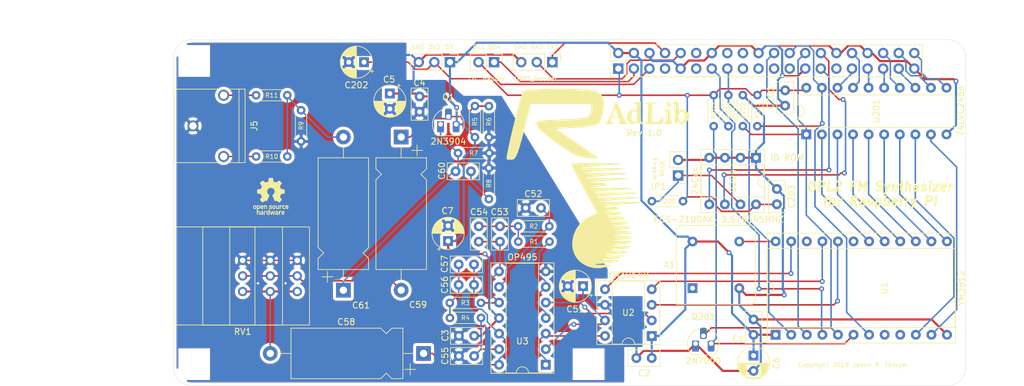
<source format=kicad_pcb>
(kicad_pcb (version 20171130) (host pcbnew "(5.1.4-0-10_14)")
  (title_block (title "RAdLib - OPL2 FM Synthesizer for Raspberry Pi") (date 2019-10-30) (rev 1.0) (company "Copyright 2019 Jason R. Thorpe.  All rights reserved.") (comment 1 "See LICENSE.txt."))
  (layers (0 F.Cu signal) (31 B.Cu signal) (34 B.Paste user) (35 F.Paste user) (36 B.SilkS user) (37 F.SilkS user) (38 B.Mask user) (39 F.Mask user) (44 Edge.Cuts user))
  (net 0 "")
  (net 1 GND)
  (net 2 /FILTER_OUT)
  (net 3 +3V3)
  (net 4 +5V)
  (net 5 I2C_SDA)
  (net 6 I2C_SCL)
  (net 7 "Net-(J1-Pad7)")
  (net 8 UART_TXD)
  (net 9 UART_RXD)
  (net 10 "Net-(J1-Pad11)")
  (net 11 "Net-(J1-Pad12)")
  (net 12 "Net-(J1-Pad16)")
  (net 13 "Net-(J1-Pad17)")
  (net 14 "Net-(J1-Pad18)")
  (net 15 "Net-(J1-Pad19)")
  (net 16 "Net-(J1-Pad21)")
  (net 17 ID_SDA)
  (net 18 ID_SCL)
  (net 19 D0)
  (net 20 D1)
  (net 21 D5)
  (net 22 D2)
  (net 23 D3)
  (net 24 D6)
  (net 25 D4)
  (net 26 D7)
  (net 27 ~OPL_IRQ)
  (net 28 ~OPL_RD)
  (net 29 ~OPL_WR)
  (net 30 OPL_D2)
  (net 31 OPL_D3)
  (net 32 ~OPL_RST)
  (net 33 OPL_D4)
  (net 34 OPL_A0)
  (net 35 OPL_D5)
  (net 36 OPL_D6)
  (net 37 OPL_D7)
  (net 38 ~OPL_CS)
  (net 39 /DAC_SYNC)
  (net 40 /DAC_DATA)
  (net 41 OPL_D0)
  (net 42 OPL_D1)
  (net 43 /DAC_CLK)
  (net 44 OPL_CLK)
  (net 45 "Net-(U2-Pad2)")
  (net 46 "Net-(U2-Pad8)")
  (net 47 "Net-(J1-Pad29)")
  (net 48 "Net-(J1-Pad23)")
  (net 49 "Net-(C51-Pad1)")
  (net 50 "Net-(C52-Pad1)")
  (net 51 "Net-(C53-Pad1)")
  (net 52 "Net-(C53-Pad2)")
  (net 53 "Net-(C56-Pad2)")
  (net 54 /AUDIO_OUT)
  (net 55 /LEFT_OUT)
  (net 56 /RIGHT_OUT)
  (net 57 "Net-(JP1-Pad1)")
  (net 58 "Net-(X1-Pad1)")
  (net 59 "Net-(R1-Pad2)")
  (net 60 "Net-(C55-Pad1)")
  (net 61 /VOL_IN)
  (net 62 /BUFFER_IN)
  (net 63 /VOL_OUT)
  (net 64 "Net-(C60-Pad2)")
  (net 65 /BUFFER_OUT)
  (module Package_DIP:DIP-14_W7.62mm_Socket (layer F.Cu) (at 136.725 140.8 180)
    (fp_text reference U3 hide)
    (fp_text value OP495 (at 3.81 17.57) (layer F.SilkS))
    (fp_text user %R (at 3.81 3.85) (layer F.SilkS))
    (pad 14 thru_hole oval (at 7.62 0 180) (size 1.6 1.6) (drill 0.8) (layers *.Cu *.Mask) (net 2 /FILTER_OUT))
    (pad 7 thru_hole oval (at 0 15.24 180) (size 1.6 1.6) (drill 0.8) (layers *.Cu *.Mask) (net 1 GND))
    (pad 13 thru_hole oval (at 7.62 2.54 180) (size 1.6 1.6) (drill 0.8) (layers *.Cu *.Mask) (net 60 "Net-(C55-Pad1)"))
    (pad 6 thru_hole oval (at 0 12.7 180) (size 1.6 1.6) (drill 0.8) (layers *.Cu *.Mask) (net 59 "Net-(R1-Pad2)"))
    (pad 12 thru_hole oval (at 7.62 5.08 180) (size 1.6 1.6) (drill 0.8) (layers *.Cu *.Mask) (net 2 /FILTER_OUT))
    (pad 5 thru_hole oval (at 0 10.16 180) (size 1.6 1.6) (drill 0.8) (layers *.Cu *.Mask) (net 45 "Net-(U2-Pad2)"))
    (pad 11 thru_hole oval (at 7.62 7.62 180) (size 1.6 1.6) (drill 0.8) (layers *.Cu *.Mask) (net 4 +5V))
    (pad 4 thru_hole oval (at 0 7.62 180) (size 1.6 1.6) (drill 0.8) (layers *.Cu *.Mask) (net 59 "Net-(R1-Pad2)"))
    (pad 10 thru_hole oval (at 7.62 10.16 180) (size 1.6 1.6) (drill 0.8) (layers *.Cu *.Mask) (net 51 "Net-(C53-Pad1)"))
    (pad 3 thru_hole oval (at 0 5.08 180) (size 1.6 1.6) (drill 0.8) (layers *.Cu *.Mask) (net 46 "Net-(U2-Pad8)"))
    (pad 9 thru_hole oval (at 7.62 12.7 180) (size 1.6 1.6) (drill 0.8) (layers *.Cu *.Mask) (net 50 "Net-(C52-Pad1)"))
    (pad 2 thru_hole oval (at 0 2.54 180) (size 1.6 1.6) (drill 0.8) (layers *.Cu *.Mask) (net 49 "Net-(C51-Pad1)"))
    (pad 8 thru_hole oval (at 7.62 15.24 180) (size 1.6 1.6) (drill 0.8) (layers *.Cu *.Mask) (net 51 "Net-(C53-Pad1)"))
    (pad 1 thru_hole rect (at 0 0 180) (size 1.6 1.6) (drill 0.8) (layers *.Cu *.Mask) (net 46 "Net-(U2-Pad8)"))
  )
  (module jrt-Graphics:AdLib_Logo_Text (layer F.Cu) (at 153.25 99.3)
    (fp_text reference G*** hide)
    (fp_text value LOGO hide)
  )
  (module jrt-Graphics:Volvo_R_small (layer F.Cu) (at 138.15 101.4)
    (fp_text reference G*** hide)
    (fp_text value LOGO hide)
  )
  (module Resistor_THT:R_Axial_DIN0204_L3.6mm_D1.6mm_P5.08mm_Horizontal (layer F.Cu) (at 166.5 96.775 270)
    (fp_text reference R204 hide)
    (fp_text value 3.3K hide)
    (fp_text user %R (at 2.54 0 90) (layer F.SilkS) (effects (font (size 0.72 0.72) (thickness 0.108))))
    (pad 2 thru_hole oval (at 5.08 0 270) (size 1.4 1.4) (drill 0.7) (layers *.Cu *.Mask) (net 3 +3V3))
    (pad 1 thru_hole circle (at 0 0 270) (size 1.4 1.4) (drill 0.7) (layers *.Cu *.Mask) (net 27 ~OPL_IRQ))
  )
  (module jrt-Potentiometers:Potentiometer_Bourns_91A1x_A24 (layer F.Cu) (at 96.2 126.3 90)
    (fp_text reference RV1 hide)
    (fp_text value 10K hide)
    (pad 2 thru_hole circle (at 0 0 90) (size 1.524 1.524) (drill 0.9) (layers *.Cu *.Mask) (net 63 /VOL_OUT))
    (pad 3 thru_hole circle (at -2.54 0 90) (size 1.524 1.524) (drill 0.9) (layers *.Cu *.Mask) (net 61 /VOL_IN))
    (pad 1 thru_hole circle (at 2.54 0 90) (size 1.524 1.524) (drill 0.9) (layers *.Cu *.Mask) (net 1 GND))
  )
  (module jrt-Potentiometers:Potentiometer_Bourns_91A1x_A24 (layer F.Cu) (at 91.8 126.3 90)
    (fp_text reference RV1 hide)
    (fp_text value 10K hide)
    (pad 2 thru_hole circle (at 0 0 90) (size 1.524 1.524) (drill 0.9) (layers *.Cu *.Mask) (net 63 /VOL_OUT))
    (pad 3 thru_hole circle (at -2.54 0 90) (size 1.524 1.524) (drill 0.9) (layers *.Cu *.Mask) (net 61 /VOL_IN))
    (pad 1 thru_hole circle (at 2.54 0 90) (size 1.524 1.524) (drill 0.9) (layers *.Cu *.Mask) (net 1 GND))
  )
  (module Symbol:OSHW-Logo_5.7x6mm_SilkScreen (layer F.Cu) (at 91.9 113.3)
    (fp_text reference REF** hide)
    (fp_text value OSHW-Logo_5.7x6mm_SilkScreen hide)
  )
  (module MountingHole:MountingHole_2.7mm_M2.5_DIN965 (layer F.Cu) (at 79.4 140.7)
    (fp_text reference REF** hide)
    (fp_text value MountingHole_2.7mm_M2.5_DIN965 hide)
    (pad 1 np_thru_hole circle (at 0 0) (size 2.7 2.7) (drill 2.7) (layers *.Cu *.Mask))
  )
  (module MountingHole:MountingHole_2.7mm_M2.5_DIN965 (layer F.Cu) (at 79.4 91.2)
    (fp_text reference REF** hide)
    (fp_text value MountingHole_2.7mm_M2.5_DIN965 hide)
    (pad 1 np_thru_hole circle (at 0 0) (size 2.7 2.7) (drill 2.7) (layers *.Cu *.Mask))
  )
  (module Connector_PinHeader_2.54mm:PinHeader_1x02_P2.54mm_Vertical (layer F.Cu) (at 128.3 91.4 270)
    (fp_text reference J4 hide)
    (fp_text value I2C_Header (at 2.7 1.2 180) (layer F.SilkS) (effects (font (size 0.72 0.72) (thickness 0.108))))
    (pad 2 thru_hole oval (at 0 2.54 270) (size 1.7 1.7) (drill 1) (layers *.Cu *.Mask) (net 6 I2C_SCL))
    (pad 1 thru_hole rect (at 0 0 270) (size 1.7 1.7) (drill 1) (layers *.Cu *.Mask) (net 5 I2C_SDA))
  )
  (module Connector_PinHeader_2.54mm:PinHeader_1x03_P2.54mm_Vertical (layer F.Cu) (at 137.8 91.4 270)
    (fp_text reference J2 hide)
    (fp_text value UART_Header (at 2.7 2.7 180) (layer F.SilkS) (effects (font (size 0.72 0.72) (thickness 0.108))))
    (pad 3 thru_hole oval (at 0 5.08 270) (size 1.7 1.7) (drill 1) (layers *.Cu *.Mask) (net 1 GND))
    (pad 2 thru_hole oval (at 0 2.54 270) (size 1.7 1.7) (drill 1) (layers *.Cu *.Mask) (net 9 UART_RXD))
    (pad 1 thru_hole rect (at 0 0 270) (size 1.7 1.7) (drill 1) (layers *.Cu *.Mask) (net 8 UART_TXD))
  )
  (module Connector_PinHeader_2.54mm:PinHeader_1x03_P2.54mm_Vertical (layer F.Cu) (at 121.1 91.4 270)
    (fp_text reference J3 hide)
    (fp_text value Power_Output_Header hide)
    (pad 3 thru_hole oval (at 0 5.08 270) (size 1.7 1.7) (drill 1) (layers *.Cu *.Mask) (net 1 GND))
    (pad 2 thru_hole oval (at 0 2.54 270) (size 1.7 1.7) (drill 1) (layers *.Cu *.Mask) (net 3 +3V3))
    (pad 1 thru_hole rect (at 0 0 270) (size 1.7 1.7) (drill 1) (layers *.Cu *.Mask) (net 4 +5V))
  )
  (module jrt-Potentiometers:Potentiometer_Bourns_91A1x_A24 (layer F.Cu) (at 87.3 126.3 90)
    (fp_text reference RV1 (at -9.1 0 180) (layer F.SilkS))
    (fp_text value 10K hide)
    (pad 1 thru_hole circle (at 2.54 0 90) (size 1.524 1.524) (drill 0.9) (layers *.Cu *.Mask) (net 1 GND))
    (pad 3 thru_hole circle (at -2.54 0 90) (size 1.524 1.524) (drill 0.9) (layers *.Cu *.Mask) (net 61 /VOL_IN))
    (pad 2 thru_hole circle (at 0 0 90) (size 1.524 1.524) (drill 0.9) (layers *.Cu *.Mask) (net 63 /VOL_OUT))
  )
  (module jrt-Graphics:AdLib_Logo (layer F.Cu) (at 146 116.7)
    (fp_text reference G*** hide)
    (fp_text value LOGO hide)
  )
  (module Package_DIP:DIP-24_W15.24mm_Socket (layer F.Cu) (at 174.2 135.9 90)
    (fp_text reference U1 hide)
    (fp_text value YM3812 (at 7.6 30.3 90) (layer F.SilkS))
    (fp_text user %R (at 7.62 17.7 90) (layer F.SilkS))
    (pad 1 thru_hole rect (at 0 0 90) (size 1.6 1.6) (drill 0.8) (layers *.Cu *.Mask) (net 4 +5V))
    (pad 13 thru_hole oval (at 15.24 27.94 90) (size 1.6 1.6) (drill 0.8) (layers *.Cu *.Mask) (net 30 OPL_D2))
    (pad 2 thru_hole oval (at 0 2.54 90) (size 1.6 1.6) (drill 0.8) (layers *.Cu *.Mask) (net 27 ~OPL_IRQ))
    (pad 14 thru_hole oval (at 15.24 25.4 90) (size 1.6 1.6) (drill 0.8) (layers *.Cu *.Mask) (net 31 OPL_D3))
    (pad 3 thru_hole oval (at 0 5.08 90) (size 1.6 1.6) (drill 0.8) (layers *.Cu *.Mask) (net 32 ~OPL_RST))
    (pad 15 thru_hole oval (at 15.24 22.86 90) (size 1.6 1.6) (drill 0.8) (layers *.Cu *.Mask) (net 33 OPL_D4))
    (pad 4 thru_hole oval (at 0 7.62 90) (size 1.6 1.6) (drill 0.8) (layers *.Cu *.Mask) (net 34 OPL_A0))
    (pad 16 thru_hole oval (at 15.24 20.32 90) (size 1.6 1.6) (drill 0.8) (layers *.Cu *.Mask) (net 35 OPL_D5))
    (pad 5 thru_hole oval (at 0 10.16 90) (size 1.6 1.6) (drill 0.8) (layers *.Cu *.Mask) (net 29 ~OPL_WR))
    (pad 17 thru_hole oval (at 15.24 17.78 90) (size 1.6 1.6) (drill 0.8) (layers *.Cu *.Mask) (net 36 OPL_D6))
    (pad 6 thru_hole oval (at 0 12.7 90) (size 1.6 1.6) (drill 0.8) (layers *.Cu *.Mask) (net 28 ~OPL_RD))
    (pad 18 thru_hole oval (at 15.24 15.24 90) (size 1.6 1.6) (drill 0.8) (layers *.Cu *.Mask) (net 37 OPL_D7))
    (pad 7 thru_hole oval (at 0 15.24 90) (size 1.6 1.6) (drill 0.8) (layers *.Cu *.Mask) (net 38 ~OPL_CS))
    (pad 19 thru_hole oval (at 15.24 12.7 90) (size 1.6 1.6) (drill 0.8) (layers *.Cu *.Mask))
    (pad 8 thru_hole oval (at 0 17.78 90) (size 1.6 1.6) (drill 0.8) (layers *.Cu *.Mask))
    (pad 20 thru_hole oval (at 15.24 10.16 90) (size 1.6 1.6) (drill 0.8) (layers *.Cu *.Mask) (net 39 /DAC_SYNC))
    (pad 9 thru_hole oval (at 0 20.32 90) (size 1.6 1.6) (drill 0.8) (layers *.Cu *.Mask))
    (pad 21 thru_hole oval (at 15.24 7.62 90) (size 1.6 1.6) (drill 0.8) (layers *.Cu *.Mask) (net 40 /DAC_DATA))
    (pad 10 thru_hole oval (at 0 22.86 90) (size 1.6 1.6) (drill 0.8) (layers *.Cu *.Mask) (net 41 OPL_D0))
    (pad 22 thru_hole oval (at 15.24 5.08 90) (size 1.6 1.6) (drill 0.8) (layers *.Cu *.Mask))
    (pad 11 thru_hole oval (at 0 25.4 90) (size 1.6 1.6) (drill 0.8) (layers *.Cu *.Mask) (net 42 OPL_D1))
    (pad 23 thru_hole oval (at 15.24 2.54 90) (size 1.6 1.6) (drill 0.8) (layers *.Cu *.Mask) (net 43 /DAC_CLK))
    (pad 12 thru_hole oval (at 0 27.94 90) (size 1.6 1.6) (drill 0.8) (layers *.Cu *.Mask) (net 1 GND))
    (pad 24 thru_hole oval (at 15.24 0 90) (size 1.6 1.6) (drill 0.8) (layers *.Cu *.Mask) (net 44 OPL_CLK))
  )
  (module MountingHole:MountingHole_2.7mm_M2.5_DIN965 (layer F.Cu) (at 143.7 140.7)
    (fp_text reference REF** hide)
    (fp_text value MountingHole_2.7mm_M2.5_DIN965 hide)
    (pad 1 np_thru_hole circle (at 0 0) (size 2.7 2.7) (drill 2.7) (layers *.Cu *.Mask))
  )
  (module MountingHole:MountingHole_2.7mm_M2.5_DIN965 (layer F.Cu) (at 201.7 140.7)
    (fp_text reference REF** hide)
    (fp_text value MountingHole_2.7mm_M2.5_DIN965 hide)
    (pad 1 np_thru_hole circle (at 0 0) (size 2.7 2.7) (drill 2.7) (layers *.Cu *.Mask))
  )
  (module MountingHole:MountingHole_2.7mm_M2.5_DIN965 (layer F.Cu) (at 201.7 91.2)
    (fp_text reference REF** hide)
    (fp_text value MountingHole_2.7mm_M2.5_DIN965 hide)
    (pad 1 np_thru_hole circle (at 0 0) (size 2.7 2.7) (drill 2.7) (layers *.Cu *.Mask))
  )
  (module MountingHole:MountingHole_2.7mm_M2.5_DIN965 (layer F.Cu) (at 143.7 91.2)
    (fp_text reference REF** hide)
    (fp_text value MountingHole_2.7mm_M2.5_DIN965 hide)
    (pad 1 np_thru_hole circle (at 0 0) (size 2.7 2.7) (drill 2.7) (layers *.Cu *.Mask))
  )
  (module Connector_PinHeader_2.54mm:PinHeader_2x20_P2.54mm_Vertical (layer F.Cu) (at 148.55 92.45 90)
    (fp_text reference J1 hide)
    (fp_text value Raspberry_Pi_2_3 hide)
    (pad 1 thru_hole rect (at 0 0 90) (size 1.7 1.7) (drill 1) (layers *.Cu *.Mask) (net 3 +3V3))
    (pad 2 thru_hole oval (at 2.54 0 90) (size 1.7 1.7) (drill 1) (layers *.Cu *.Mask) (net 4 +5V))
    (pad 3 thru_hole oval (at 0 2.54 90) (size 1.7 1.7) (drill 1) (layers *.Cu *.Mask) (net 5 I2C_SDA))
    (pad 4 thru_hole oval (at 2.54 2.54 90) (size 1.7 1.7) (drill 1) (layers *.Cu *.Mask) (net 4 +5V))
    (pad 5 thru_hole oval (at 0 5.08 90) (size 1.7 1.7) (drill 1) (layers *.Cu *.Mask) (net 6 I2C_SCL))
    (pad 6 thru_hole oval (at 2.54 5.08 90) (size 1.7 1.7) (drill 1) (layers *.Cu *.Mask) (net 1 GND))
    (pad 7 thru_hole oval (at 0 7.62 90) (size 1.7 1.7) (drill 1) (layers *.Cu *.Mask) (net 7 "Net-(J1-Pad7)"))
    (pad 8 thru_hole oval (at 2.54 7.62 90) (size 1.7 1.7) (drill 1) (layers *.Cu *.Mask) (net 8 UART_TXD))
    (pad 9 thru_hole oval (at 0 10.16 90) (size 1.7 1.7) (drill 1) (layers *.Cu *.Mask) (net 1 GND))
    (pad 10 thru_hole oval (at 2.54 10.16 90) (size 1.7 1.7) (drill 1) (layers *.Cu *.Mask) (net 9 UART_RXD))
    (pad 11 thru_hole oval (at 0 12.7 90) (size 1.7 1.7) (drill 1) (layers *.Cu *.Mask) (net 10 "Net-(J1-Pad11)"))
    (pad 12 thru_hole oval (at 2.54 12.7 90) (size 1.7 1.7) (drill 1) (layers *.Cu *.Mask) (net 11 "Net-(J1-Pad12)"))
    (pad 13 thru_hole oval (at 0 15.24 90) (size 1.7 1.7) (drill 1) (layers *.Cu *.Mask) (net 34 OPL_A0))
    (pad 14 thru_hole oval (at 2.54 15.24 90) (size 1.7 1.7) (drill 1) (layers *.Cu *.Mask) (net 1 GND))
    (pad 15 thru_hole oval (at 0 17.78 90) (size 1.7 1.7) (drill 1) (layers *.Cu *.Mask) (net 27 ~OPL_IRQ))
    (pad 16 thru_hole oval (at 2.54 17.78 90) (size 1.7 1.7) (drill 1) (layers *.Cu *.Mask) (net 12 "Net-(J1-Pad16)"))
    (pad 17 thru_hole oval (at 0 20.32 90) (size 1.7 1.7) (drill 1) (layers *.Cu *.Mask) (net 13 "Net-(J1-Pad17)"))
    (pad 18 thru_hole oval (at 2.54 20.32 90) (size 1.7 1.7) (drill 1) (layers *.Cu *.Mask) (net 14 "Net-(J1-Pad18)"))
    (pad 19 thru_hole oval (at 0 22.86 90) (size 1.7 1.7) (drill 1) (layers *.Cu *.Mask) (net 15 "Net-(J1-Pad19)"))
    (pad 20 thru_hole oval (at 2.54 22.86 90) (size 1.7 1.7) (drill 1) (layers *.Cu *.Mask) (net 1 GND))
    (pad 21 thru_hole oval (at 0 25.4 90) (size 1.7 1.7) (drill 1) (layers *.Cu *.Mask) (net 16 "Net-(J1-Pad21)"))
    (pad 22 thru_hole oval (at 2.54 25.4 90) (size 1.7 1.7) (drill 1) (layers *.Cu *.Mask) (net 32 ~OPL_RST))
    (pad 23 thru_hole oval (at 0 27.94 90) (size 1.7 1.7) (drill 1) (layers *.Cu *.Mask) (net 48 "Net-(J1-Pad23)"))
    (pad 24 thru_hole oval (at 2.54 27.94 90) (size 1.7 1.7) (drill 1) (layers *.Cu *.Mask) (net 38 ~OPL_CS))
    (pad 25 thru_hole oval (at 0 30.48 90) (size 1.7 1.7) (drill 1) (layers *.Cu *.Mask) (net 1 GND))
    (pad 26 thru_hole oval (at 2.54 30.48 90) (size 1.7 1.7) (drill 1) (layers *.Cu *.Mask) (net 29 ~OPL_WR))
    (pad 27 thru_hole oval (at 0 33.02 90) (size 1.7 1.7) (drill 1) (layers *.Cu *.Mask) (net 17 ID_SDA))
    (pad 28 thru_hole oval (at 2.54 33.02 90) (size 1.7 1.7) (drill 1) (layers *.Cu *.Mask) (net 18 ID_SCL))
    (pad 29 thru_hole oval (at 0 35.56 90) (size 1.7 1.7) (drill 1) (layers *.Cu *.Mask) (net 47 "Net-(J1-Pad29)"))
    (pad 30 thru_hole oval (at 2.54 35.56 90) (size 1.7 1.7) (drill 1) (layers *.Cu *.Mask) (net 1 GND))
    (pad 31 thru_hole oval (at 0 38.1 90) (size 1.7 1.7) (drill 1) (layers *.Cu *.Mask) (net 26 D7))
    (pad 32 thru_hole oval (at 2.54 38.1 90) (size 1.7 1.7) (drill 1) (layers *.Cu *.Mask) (net 24 D6))
    (pad 33 thru_hole oval (at 0 40.64 90) (size 1.7 1.7) (drill 1) (layers *.Cu *.Mask) (net 21 D5))
    (pad 34 thru_hole oval (at 2.54 40.64 90) (size 1.7 1.7) (drill 1) (layers *.Cu *.Mask) (net 1 GND))
    (pad 35 thru_hole oval (at 0 43.18 90) (size 1.7 1.7) (drill 1) (layers *.Cu *.Mask) (net 25 D4))
    (pad 36 thru_hole oval (at 2.54 43.18 90) (size 1.7 1.7) (drill 1) (layers *.Cu *.Mask) (net 23 D3))
    (pad 37 thru_hole oval (at 0 45.72 90) (size 1.7 1.7) (drill 1) (layers *.Cu *.Mask) (net 22 D2))
    (pad 38 thru_hole oval (at 2.54 45.72 90) (size 1.7 1.7) (drill 1) (layers *.Cu *.Mask) (net 19 D0))
    (pad 39 thru_hole oval (at 0 48.26 90) (size 1.7 1.7) (drill 1) (layers *.Cu *.Mask) (net 1 GND))
    (pad 40 thru_hole oval (at 2.54 48.26 90) (size 1.7 1.7) (drill 1) (layers *.Cu *.Mask) (net 20 D1))
  )
  (module Resistor_THT:R_Axial_DIN0204_L3.6mm_D1.6mm_P5.08mm_Horizontal (layer F.Cu) (at 171.225 101.85 90)
    (fp_text reference R201 hide)
    (fp_text value 3.3K hide)
    (fp_text user %R (at 2.54 0 90) (layer F.SilkS) (effects (font (size 0.72 0.72) (thickness 0.108))))
    (pad 2 thru_hole oval (at 5.08 0 90) (size 1.4 1.4) (drill 0.7) (layers *.Cu *.Mask) (net 3 +3V3))
    (pad 1 thru_hole circle (at 0 0 90) (size 1.4 1.4) (drill 0.7) (layers *.Cu *.Mask) (net 38 ~OPL_CS))
  )
  (module Resistor_THT:R_Axial_DIN0204_L3.6mm_D1.6mm_P5.08mm_Horizontal (layer F.Cu) (at 168.85 101.85 90)
    (fp_text reference R202 hide)
    (fp_text value 3.3K hide)
    (fp_text user %R (at 2.54 0 90) (layer F.SilkS) (effects (font (size 0.72 0.72) (thickness 0.108))))
    (pad 1 thru_hole circle (at 0 0 90) (size 1.4 1.4) (drill 0.7) (layers *.Cu *.Mask) (net 29 ~OPL_WR))
    (pad 2 thru_hole oval (at 5.08 0 90) (size 1.4 1.4) (drill 0.7) (layers *.Cu *.Mask) (net 1 GND))
  )
  (module Package_DIP:DIP-8_W7.62mm_Socket (layer F.Cu) (at 154 136.1 180)
    (fp_text reference U2 hide)
    (fp_text value YM3014B (at 3.81 9.95) (layer F.SilkS))
    (fp_text user %R (at 3.81 3.81) (layer F.SilkS))
    (pad 1 thru_hole rect (at 0 0 180) (size 1.6 1.6) (drill 0.8) (layers *.Cu *.Mask) (net 4 +5V))
    (pad 5 thru_hole oval (at 7.62 7.62 180) (size 1.6 1.6) (drill 0.8) (layers *.Cu *.Mask) (net 43 /DAC_CLK))
    (pad 2 thru_hole oval (at 0 2.54 180) (size 1.6 1.6) (drill 0.8) (layers *.Cu *.Mask) (net 45 "Net-(U2-Pad2)"))
    (pad 6 thru_hole oval (at 7.62 5.08 180) (size 1.6 1.6) (drill 0.8) (layers *.Cu *.Mask) (net 1 GND))
    (pad 3 thru_hole oval (at 0 5.08 180) (size 1.6 1.6) (drill 0.8) (layers *.Cu *.Mask) (net 39 /DAC_SYNC))
    (pad 7 thru_hole oval (at 7.62 2.54 180) (size 1.6 1.6) (drill 0.8) (layers *.Cu *.Mask) (net 49 "Net-(C51-Pad1)"))
    (pad 4 thru_hole oval (at 0 7.62 180) (size 1.6 1.6) (drill 0.8) (layers *.Cu *.Mask) (net 40 /DAC_DATA))
    (pad 8 thru_hole oval (at 7.62 0 180) (size 1.6 1.6) (drill 0.8) (layers *.Cu *.Mask) (net 46 "Net-(U2-Pad8)"))
  )
  (module Package_DIP:DIP-20_W7.62mm (layer F.Cu) (at 179.2 103.2 90)
    (fp_text reference U201 hide)
    (fp_text value 74LVC245A (at 3.81 25.19 90) (layer F.SilkS))
    (fp_text user %R (at 3.81 11.43 90) (layer F.SilkS))
    (pad 1 thru_hole rect (at 0 0 90) (size 1.6 1.6) (drill 0.8) (layers *.Cu *.Mask) (net 29 ~OPL_WR))
    (pad 11 thru_hole oval (at 7.62 22.86 90) (size 1.6 1.6) (drill 0.8) (layers *.Cu *.Mask) (net 20 D1))
    (pad 2 thru_hole oval (at 0 2.54 90) (size 1.6 1.6) (drill 0.8) (layers *.Cu *.Mask) (net 37 OPL_D7))
    (pad 12 thru_hole oval (at 7.62 20.32 90) (size 1.6 1.6) (drill 0.8) (layers *.Cu *.Mask) (net 19 D0))
    (pad 3 thru_hole oval (at 0 5.08 90) (size 1.6 1.6) (drill 0.8) (layers *.Cu *.Mask) (net 36 OPL_D6))
    (pad 13 thru_hole oval (at 7.62 17.78 90) (size 1.6 1.6) (drill 0.8) (layers *.Cu *.Mask) (net 22 D2))
    (pad 4 thru_hole oval (at 0 7.62 90) (size 1.6 1.6) (drill 0.8) (layers *.Cu *.Mask) (net 35 OPL_D5))
    (pad 14 thru_hole oval (at 7.62 15.24 90) (size 1.6 1.6) (drill 0.8) (layers *.Cu *.Mask) (net 23 D3))
    (pad 5 thru_hole oval (at 0 10.16 90) (size 1.6 1.6) (drill 0.8) (layers *.Cu *.Mask) (net 33 OPL_D4))
    (pad 15 thru_hole oval (at 7.62 12.7 90) (size 1.6 1.6) (drill 0.8) (layers *.Cu *.Mask) (net 25 D4))
    (pad 6 thru_hole oval (at 0 12.7 90) (size 1.6 1.6) (drill 0.8) (layers *.Cu *.Mask) (net 31 OPL_D3))
    (pad 16 thru_hole oval (at 7.62 10.16 90) (size 1.6 1.6) (drill 0.8) (layers *.Cu *.Mask) (net 21 D5))
    (pad 7 thru_hole oval (at 0 15.24 90) (size 1.6 1.6) (drill 0.8) (layers *.Cu *.Mask) (net 30 OPL_D2))
    (pad 17 thru_hole oval (at 7.62 7.62 90) (size 1.6 1.6) (drill 0.8) (layers *.Cu *.Mask) (net 24 D6))
    (pad 8 thru_hole oval (at 0 17.78 90) (size 1.6 1.6) (drill 0.8) (layers *.Cu *.Mask) (net 41 OPL_D0))
    (pad 18 thru_hole oval (at 7.62 5.08 90) (size 1.6 1.6) (drill 0.8) (layers *.Cu *.Mask) (net 26 D7))
    (pad 9 thru_hole oval (at 0 20.32 90) (size 1.6 1.6) (drill 0.8) (layers *.Cu *.Mask) (net 42 OPL_D1))
    (pad 19 thru_hole oval (at 7.62 2.54 90) (size 1.6 1.6) (drill 0.8) (layers *.Cu *.Mask) (net 38 ~OPL_CS))
    (pad 10 thru_hole oval (at 0 22.86 90) (size 1.6 1.6) (drill 0.8) (layers *.Cu *.Mask) (net 1 GND))
    (pad 20 thru_hole oval (at 7.62 0 90) (size 1.6 1.6) (drill 0.8) (layers *.Cu *.Mask) (net 3 +3V3))
  )
  (module Package_DIP:DIP-8_W7.62mm_Socket (layer F.Cu) (at 171 107 270)
    (fp_text reference U204 hide)
    (fp_text value 24Cxx (at 3.81 9.95 90) (layer F.SilkS))
    (fp_text user %R (at 3.81 3.81 90) (layer F.SilkS))
    (pad 8 thru_hole oval (at 7.62 0 270) (size 1.6 1.6) (drill 0.8) (layers *.Cu *.Mask) (net 3 +3V3))
    (pad 4 thru_hole oval (at 0 7.62 270) (size 1.6 1.6) (drill 0.8) (layers *.Cu *.Mask) (net 1 GND))
    (pad 7 thru_hole oval (at 7.62 2.54 270) (size 1.6 1.6) (drill 0.8) (layers *.Cu *.Mask) (net 57 "Net-(JP1-Pad1)"))
    (pad 3 thru_hole oval (at 0 5.08 270) (size 1.6 1.6) (drill 0.8) (layers *.Cu *.Mask) (net 1 GND))
    (pad 6 thru_hole oval (at 7.62 5.08 270) (size 1.6 1.6) (drill 0.8) (layers *.Cu *.Mask) (net 18 ID_SCL))
    (pad 2 thru_hole oval (at 0 2.54 270) (size 1.6 1.6) (drill 0.8) (layers *.Cu *.Mask) (net 1 GND))
    (pad 5 thru_hole oval (at 7.62 7.62 270) (size 1.6 1.6) (drill 0.8) (layers *.Cu *.Mask) (net 17 ID_SDA))
    (pad 1 thru_hole rect (at 0 0 270) (size 1.6 1.6) (drill 0.8) (layers *.Cu *.Mask) (net 1 GND))
  )
  (module Capacitor_THT:C_Disc_D5.0mm_W2.5mm_P2.50mm (layer F.Cu) (at 170.6 135.9 90)
    (fp_text reference C1 (at -0.7 -2.5) (layer F.SilkS))
    (fp_text value .1uF hide)
    (pad 2 thru_hole circle (at 2.5 0 90) (size 1.6 1.6) (drill 0.8) (layers *.Cu *.Mask) (net 1 GND))
    (pad 1 thru_hole circle (at 0 0 90) (size 1.6 1.6) (drill 0.8) (layers *.Cu *.Mask) (net 4 +5V))
  )
  (module Capacitor_THT:C_Disc_D5.0mm_W2.5mm_P2.50mm (layer F.Cu) (at 154 139.7 180)
    (fp_text reference C2 (at 1.25 -2.5) (layer F.SilkS))
    (fp_text value .1uF hide)
    (pad 1 thru_hole circle (at 0 0 180) (size 1.6 1.6) (drill 0.8) (layers *.Cu *.Mask) (net 4 +5V))
    (pad 2 thru_hole circle (at 2.5 0 180) (size 1.6 1.6) (drill 0.8) (layers *.Cu *.Mask) (net 1 GND))
  )
  (module Capacitor_THT:C_Disc_D5.0mm_W2.5mm_P2.50mm (layer F.Cu) (at 175.75 96 270)
    (fp_text reference C201 (at 1.2 2.4 90) (layer F.SilkS))
    (fp_text value .1uF hide)
    (pad 1 thru_hole circle (at 0 0 270) (size 1.6 1.6) (drill 0.8) (layers *.Cu *.Mask) (net 3 +3V3))
    (pad 2 thru_hole circle (at 2.5 0 270) (size 1.6 1.6) (drill 0.8) (layers *.Cu *.Mask) (net 1 GND))
  )
  (module Capacitor_THT:C_Disc_D5.0mm_W2.5mm_P2.50mm (layer F.Cu) (at 174.4 114.6 90)
    (fp_text reference C203 (at 1.25 2.4 270) (layer F.SilkS))
    (fp_text value .1uF hide)
    (pad 2 thru_hole circle (at 2.5 0 90) (size 1.6 1.6) (drill 0.8) (layers *.Cu *.Mask) (net 1 GND))
    (pad 1 thru_hole circle (at 0 0 90) (size 1.6 1.6) (drill 0.8) (layers *.Cu *.Mask) (net 3 +3V3))
  )
  (module Capacitor_THT:CP_Axial_L18.0mm_D8.0mm_P25.00mm_Horizontal (layer F.Cu) (at 103.725 128.625 90)
    (fp_text reference C61 (at -2.475 2.875 180) (layer F.SilkS))
    (fp_text value 220uF hide)
    (pad 1 thru_hole rect (at 0 0 90) (size 2.4 2.4) (drill 1.2) (layers *.Cu *.Mask) (net 65 /BUFFER_OUT))
    (pad 2 thru_hole oval (at 25 0 90) (size 2.4 2.4) (drill 1.2) (layers *.Cu *.Mask) (net 54 /AUDIO_OUT))
  )
  (module jrt-Connectors:Jack_3.5mm_STX-3120-3B (layer F.Cu) (at 84.2 101.8 90)
    (fp_text reference J5 (at 0 5 90) (layer F.SilkS))
    (fp_text value AudioJack3)
    (pad S thru_hole circle (at 0 -5 90) (size 1.8 1.8) (drill 1.2) (layers *.Cu *.Mask) (net 1 GND))
    (pad T thru_hole circle (at -5 0 90) (size 1.8 1.8) (drill 1.2) (layers *.Cu *.Mask) (net 55 /LEFT_OUT))
    (pad R thru_hole circle (at 5 0 90) (size 1.8 1.8) (drill 1.2) (layers *.Cu *.Mask) (net 56 /RIGHT_OUT))
  )
  (module Resistor_THT:R_Axial_DIN0204_L3.6mm_D1.6mm_P5.08mm_Horizontal (layer F.Cu) (at 89.5 106.8)
    (fp_text reference R10 hide)
    (fp_text value 10R hide)
    (fp_text user %R (at 2.54 0) (layer F.SilkS) (effects (font (size 0.72 0.72) (thickness 0.108))))
    (pad 2 thru_hole oval (at 5.08 0) (size 1.4 1.4) (drill 0.7) (layers *.Cu *.Mask) (net 54 /AUDIO_OUT))
    (pad 1 thru_hole circle (at 0 0) (size 1.4 1.4) (drill 0.7) (layers *.Cu *.Mask) (net 55 /LEFT_OUT))
  )
  (module Resistor_THT:R_Axial_DIN0204_L3.6mm_D1.6mm_P5.08mm_Horizontal (layer F.Cu) (at 89.5 96.8)
    (fp_text reference R11 hide)
    (fp_text value 10R hide)
    (fp_text user %R (at 2.54 0) (layer F.SilkS) (effects (font (size 0.72 0.72) (thickness 0.108))))
    (pad 1 thru_hole circle (at 0 0) (size 1.4 1.4) (drill 0.7) (layers *.Cu *.Mask) (net 56 /RIGHT_OUT))
    (pad 2 thru_hole oval (at 5.08 0) (size 1.4 1.4) (drill 0.7) (layers *.Cu *.Mask) (net 54 /AUDIO_OUT))
  )
  (module Capacitor_THT:CP_Radial_D5.0mm_P2.50mm (layer F.Cu) (at 170.6 139.3 270)
    (fp_text reference C6 (at 1.25 -3.75 90) (layer F.SilkS))
    (fp_text value 10uF hide)
    (pad 1 thru_hole rect (at 0 0 270) (size 1.6 1.6) (drill 0.8) (layers *.Cu *.Mask) (net 4 +5V))
    (pad 2 thru_hole circle (at 2.5 0 270) (size 1.6 1.6) (drill 0.8) (layers *.Cu *.Mask) (net 1 GND))
  )
  (module Connector_PinHeader_2.54mm:PinHeader_1x02_P2.54mm_Vertical (layer F.Cu) (at 158.3 109.9 180)
    (fp_text reference JP1 (at 3.3 -1.8) (layer F.SilkS))
    (fp_text value Jumper_2_Open hide)
    (pad 1 thru_hole rect (at 0 0 180) (size 1.7 1.7) (drill 1) (layers *.Cu *.Mask) (net 57 "Net-(JP1-Pad1)"))
    (pad 2 thru_hole oval (at 0 2.54 180) (size 1.7 1.7) (drill 1) (layers *.Cu *.Mask) (net 1 GND))
  )
  (module Resistor_THT:R_Axial_DIN0204_L3.6mm_D1.6mm_P5.08mm_Horizontal (layer F.Cu) (at 159.1 114.1 180)
    (fp_text reference R205 hide)
    (fp_text value 3.3K hide)
    (fp_text user %R (at 2.54 0) (layer F.SilkS) (effects (font (size 0.72 0.72) (thickness 0.108))))
    (pad 1 thru_hole circle (at 0 0 180) (size 1.4 1.4) (drill 0.7) (layers *.Cu *.Mask) (net 3 +3V3))
    (pad 2 thru_hole oval (at 5.08 0 180) (size 1.4 1.4) (drill 0.7) (layers *.Cu *.Mask) (net 57 "Net-(JP1-Pad1)"))
  )
  (module Package_TO_SOT_THT:TO-92_HandSolder (layer F.Cu) (at 161.15 137.35)
    (fp_text reference Q201 (at 1.27 -4.4) (layer F.SilkS))
    (fp_text value 2N7000 (at 1.27 2.79) (layer F.SilkS))
    (pad 2 thru_hole roundrect (at 1.27 -1.27) (size 1.1 1.8) (drill 0.75 (offset 0 -0.4)) (layers *.Cu *.Mask) (net 29 ~OPL_WR))
    (pad 3 thru_hole roundrect (at 2.54 0) (size 1.1 1.8) (drill 0.75 (offset 0 0.4)) (layers *.Cu *.Mask) (net 28 ~OPL_RD))
    (pad 1 thru_hole rect (at 0 0) (size 1.1 1.8) (drill 0.75 (offset 0 0.4)) (layers *.Cu *.Mask) (net 1 GND))
  )
  (module Oscillator:Oscillator_DIP-8 (layer F.Cu) (at 160.65 128.3)
    (fp_text reference X1 (at -3.8 -3.85) (layer F.SilkS))
    (fp_text value ECS-2100AX-3.579545MHZ (at 4.27 -11.24) (layer F.SilkS))
    (pad 1 thru_hole rect (at 0 0) (size 1.6 1.6) (drill 0.8) (layers *.Cu *.Mask) (net 58 "Net-(X1-Pad1)"))
    (pad 8 thru_hole circle (at 0 -7.62) (size 1.6 1.6) (drill 0.8) (layers *.Cu *.Mask) (net 4 +5V))
    (pad 5 thru_hole circle (at 7.62 -7.62) (size 1.6 1.6) (drill 0.8) (layers *.Cu *.Mask) (net 44 OPL_CLK))
    (pad 4 thru_hole circle (at 7.62 0) (size 1.6 1.6) (drill 0.8) (layers *.Cu *.Mask) (net 1 GND))
  )
  (module Resistor_THT:R_Axial_DIN0204_L3.6mm_D1.6mm_P5.08mm_Horizontal (layer F.Cu) (at 164.1 96.775 270)
    (fp_text reference R203 hide)
    (fp_text value 3.3K hide)
    (fp_text user %R (at 2.54 0 90) (layer F.SilkS) (effects (font (size 0.72 0.72) (thickness 0.108))))
    (pad 1 thru_hole circle (at 0 0 270) (size 1.4 1.4) (drill 0.7) (layers *.Cu *.Mask) (net 3 +3V3))
    (pad 2 thru_hole oval (at 5.08 0 270) (size 1.4 1.4) (drill 0.7) (layers *.Cu *.Mask) (net 28 ~OPL_RD))
  )
  (module Capacitor_THT:C_Disc_D5.0mm_W2.5mm_P2.50mm (layer F.Cu) (at 125.05 136.075 180)
    (fp_text reference C3 (at 4.725 0.05 90) (layer F.SilkS))
    (fp_text value .1uF hide)
    (pad 1 thru_hole circle (at 0 0 180) (size 1.6 1.6) (drill 0.8) (layers *.Cu *.Mask) (net 4 +5V))
    (pad 2 thru_hole circle (at 2.5 0 180) (size 1.6 1.6) (drill 0.8) (layers *.Cu *.Mask) (net 1 GND))
  )
  (module Capacitor_THT:C_Disc_D5.0mm_W2.5mm_P2.50mm (layer F.Cu) (at 116.15 97 270)
    (fp_text reference C4 (at -2.225 0.025 180) (layer F.SilkS))
    (fp_text value .1uF hide)
    (pad 1 thru_hole circle (at 0 0 270) (size 1.6 1.6) (drill 0.8) (layers *.Cu *.Mask) (net 4 +5V))
    (pad 2 thru_hole circle (at 2.5 0 270) (size 1.6 1.6) (drill 0.8) (layers *.Cu *.Mask) (net 1 GND))
  )
  (module Capacitor_THT:CP_Radial_D5.0mm_P2.50mm (layer F.Cu) (at 111.3 96.525 270)
    (fp_text reference C5 (at -2.3 0.125 180) (layer F.SilkS))
    (fp_text value 10uF hide)
    (pad 1 thru_hole rect (at 0 0 270) (size 1.6 1.6) (drill 0.8) (layers *.Cu *.Mask) (net 4 +5V))
    (pad 2 thru_hole circle (at 2.5 0 270) (size 1.6 1.6) (drill 0.8) (layers *.Cu *.Mask) (net 1 GND))
  )
  (module Capacitor_THT:CP_Radial_D5.0mm_P2.50mm (layer F.Cu) (at 120.8 120.6 90)
    (fp_text reference C7 (at 4.925 -0.1 180) (layer F.SilkS))
    (fp_text value 10uF hide)
    (pad 2 thru_hole circle (at 2.5 0 90) (size 1.6 1.6) (drill 0.8) (layers *.Cu *.Mask) (net 1 GND))
    (pad 1 thru_hole rect (at 0 0 90) (size 1.6 1.6) (drill 0.8) (layers *.Cu *.Mask) (net 4 +5V))
  )
  (module Capacitor_THT:CP_Radial_D5.0mm_P2.50mm (layer F.Cu) (at 142.8 127.975 180)
    (fp_text reference C51 (at 1.25 -3.75) (layer F.SilkS))
    (fp_text value 10uF hide)
    (pad 1 thru_hole rect (at 0 0 180) (size 1.6 1.6) (drill 0.8) (layers *.Cu *.Mask) (net 49 "Net-(C51-Pad1)"))
    (pad 2 thru_hole circle (at 2.5 0 180) (size 1.6 1.6) (drill 0.8) (layers *.Cu *.Mask) (net 1 GND))
  )
  (module Capacitor_THT:C_Disc_D5.0mm_W2.5mm_P2.50mm (layer F.Cu) (at 135.95 115.2 180)
    (fp_text reference C52 (at 1.25 2.3) (layer F.SilkS))
    (fp_text value 680pF hide)
    (pad 2 thru_hole circle (at 2.5 0 180) (size 1.6 1.6) (drill 0.8) (layers *.Cu *.Mask) (net 1 GND))
    (pad 1 thru_hole circle (at 0 0 180) (size 1.6 1.6) (drill 0.8) (layers *.Cu *.Mask) (net 50 "Net-(C52-Pad1)"))
  )
  (module Capacitor_THT:C_Disc_D5.0mm_W2.5mm_P2.50mm (layer F.Cu) (at 129.25 120.7 90)
    (fp_text reference C53 (at 4.85 -0.05 180) (layer F.SilkS))
    (fp_text value 1000pF hide)
    (pad 1 thru_hole circle (at 0 0 90) (size 1.6 1.6) (drill 0.8) (layers *.Cu *.Mask) (net 51 "Net-(C53-Pad1)"))
    (pad 2 thru_hole circle (at 2.5 0 90) (size 1.6 1.6) (drill 0.8) (layers *.Cu *.Mask) (net 52 "Net-(C53-Pad2)"))
  )
  (module Capacitor_THT:C_Disc_D5.0mm_W2.5mm_P2.50mm (layer F.Cu) (at 125.8 120.7 90)
    (fp_text reference C54 (at 4.85 0.05 180) (layer F.SilkS))
    (fp_text value 100pF hide)
    (pad 2 thru_hole circle (at 2.5 0 90) (size 1.6 1.6) (drill 0.8) (layers *.Cu *.Mask) (net 52 "Net-(C53-Pad2)"))
    (pad 1 thru_hole circle (at 0 0 90) (size 1.6 1.6) (drill 0.8) (layers *.Cu *.Mask) (net 51 "Net-(C53-Pad1)"))
  )
  (module Capacitor_THT:C_Disc_D5.0mm_W2.5mm_P2.50mm (layer F.Cu) (at 125.05 139.375 180)
    (fp_text reference C55 (at 4.75 0.025 90) (layer F.SilkS))
    (fp_text value 470pF hide)
    (pad 2 thru_hole circle (at 2.5 0 180) (size 1.6 1.6) (drill 0.8) (layers *.Cu *.Mask) (net 1 GND))
    (pad 1 thru_hole circle (at 0 0 180) (size 1.6 1.6) (drill 0.8) (layers *.Cu *.Mask) (net 60 "Net-(C55-Pad1)"))
  )
  (module Capacitor_THT:C_Disc_D5.0mm_W2.5mm_P2.50mm (layer F.Cu) (at 125.025 127.75 180)
    (fp_text reference C56 (at 4.775 0 90) (layer F.SilkS))
    (fp_text value 1000pF hide)
    (pad 1 thru_hole circle (at 0 0 180) (size 1.6 1.6) (drill 0.8) (layers *.Cu *.Mask) (net 2 /FILTER_OUT))
    (pad 2 thru_hole circle (at 2.5 0 180) (size 1.6 1.6) (drill 0.8) (layers *.Cu *.Mask) (net 53 "Net-(C56-Pad2)"))
  )
  (module Capacitor_THT:C_Disc_D5.0mm_W2.5mm_P2.50mm (layer F.Cu) (at 125.025 124.425 180)
    (fp_text reference C57 (at 4.8 0.075 90) (layer F.SilkS))
    (fp_text value 100pF hide)
    (pad 1 thru_hole circle (at 0 0 180) (size 1.6 1.6) (drill 0.8) (layers *.Cu *.Mask) (net 2 /FILTER_OUT))
    (pad 2 thru_hole circle (at 2.5 0 180) (size 1.6 1.6) (drill 0.8) (layers *.Cu *.Mask) (net 53 "Net-(C56-Pad2)"))
  )
  (module Capacitor_THT:CP_Axial_L18.0mm_D8.0mm_P25.00mm_Horizontal (layer F.Cu) (at 116.8 138.95 180)
    (fp_text reference C58 (at 12.6 5.15) (layer F.SilkS))
    (fp_text value 220uF hide)
    (pad 2 thru_hole oval (at 25 0 180) (size 2.4 2.4) (drill 1.2) (layers *.Cu *.Mask) (net 61 /VOL_IN))
    (pad 1 thru_hole rect (at 0 0 180) (size 2.4 2.4) (drill 1.2) (layers *.Cu *.Mask) (net 2 /FILTER_OUT))
  )
  (module Capacitor_THT:CP_Axial_L18.0mm_D8.0mm_P25.00mm_Horizontal (layer F.Cu) (at 113.15 103.625 270)
    (fp_text reference C59 (at 27.375 -2.75) (layer F.SilkS))
    (fp_text value 220uF hide)
    (pad 1 thru_hole rect (at 0 0 270) (size 2.4 2.4) (drill 1.2) (layers *.Cu *.Mask) (net 62 /BUFFER_IN))
    (pad 2 thru_hole oval (at 25 0 270) (size 2.4 2.4) (drill 1.2) (layers *.Cu *.Mask) (net 63 /VOL_OUT))
  )
  (module Capacitor_THT:C_Disc_D5.0mm_W2.5mm_P2.50mm (layer F.Cu) (at 122.025 109.225)
    (fp_text reference C60 (at -2.25 -0.075 90) (layer F.SilkS))
    (fp_text value .047uF hide)
    (pad 2 thru_hole circle (at 2.5 0) (size 1.6 1.6) (drill 0.8) (layers *.Cu *.Mask) (net 64 "Net-(C60-Pad2)"))
    (pad 1 thru_hole circle (at 0 0) (size 1.6 1.6) (drill 0.8) (layers *.Cu *.Mask) (net 65 /BUFFER_OUT))
  )
  (module Package_TO_SOT_THT:TO-92_HandSolder (layer F.Cu) (at 119.575 101.55)
    (fp_text reference Q1 (at 1.27 -4.4) (layer F.SilkS))
    (fp_text value 2N3904 (at 1.27 2.79) (layer F.SilkS))
    (pad 2 thru_hole roundrect (at 1.27 -1.27) (size 1.1 1.8) (drill 0.75 (offset 0 -0.4)) (layers *.Cu *.Mask) (net 62 /BUFFER_IN))
    (pad 3 thru_hole roundrect (at 2.54 0) (size 1.1 1.8) (drill 0.75 (offset 0 0.4)) (layers *.Cu *.Mask) (net 4 +5V))
    (pad 1 thru_hole rect (at 0 0) (size 1.1 1.8) (drill 0.75 (offset 0 0.4)) (layers *.Cu *.Mask) (net 65 /BUFFER_OUT))
  )
  (module Resistor_THT:R_Axial_DIN0204_L3.6mm_D1.6mm_P5.08mm_Horizontal (layer F.Cu) (at 132.25 120.7)
    (fp_text reference R1 hide)
    (fp_text value 10K hide)
    (fp_text user %R (at 2.54 0) (layer F.SilkS) (effects (font (size 0.72 0.72) (thickness 0.108))))
    (pad 1 thru_hole circle (at 0 0) (size 1.4 1.4) (drill 0.7) (layers *.Cu *.Mask) (net 52 "Net-(C53-Pad2)"))
    (pad 2 thru_hole oval (at 5.08 0) (size 1.4 1.4) (drill 0.7) (layers *.Cu *.Mask) (net 59 "Net-(R1-Pad2)"))
  )
  (module Resistor_THT:R_Axial_DIN0204_L3.6mm_D1.6mm_P5.08mm_Horizontal (layer F.Cu) (at 137.3 118.2 180)
    (fp_text reference R2 hide)
    (fp_text value 10K hide)
    (fp_text user %R (at 2.54 0) (layer F.SilkS) (effects (font (size 0.72 0.72) (thickness 0.108))))
    (pad 2 thru_hole oval (at 5.08 0 180) (size 1.4 1.4) (drill 0.7) (layers *.Cu *.Mask) (net 52 "Net-(C53-Pad2)"))
    (pad 1 thru_hole circle (at 0 0 180) (size 1.4 1.4) (drill 0.7) (layers *.Cu *.Mask) (net 50 "Net-(C52-Pad1)"))
  )
  (module Resistor_THT:R_Axial_DIN0204_L3.6mm_D1.6mm_P5.08mm_Horizontal (layer F.Cu) (at 121.075 130.7)
    (fp_text reference R3 hide)
    (fp_text value 10K hide)
    (fp_text user %R (at 2.54 0) (layer F.SilkS) (effects (font (size 0.72 0.72) (thickness 0.108))))
    (pad 1 thru_hole circle (at 0 0) (size 1.4 1.4) (drill 0.7) (layers *.Cu *.Mask) (net 53 "Net-(C56-Pad2)"))
    (pad 2 thru_hole oval (at 5.08 0) (size 1.4 1.4) (drill 0.7) (layers *.Cu *.Mask) (net 51 "Net-(C53-Pad1)"))
  )
  (module Resistor_THT:R_Axial_DIN0204_L3.6mm_D1.6mm_P5.08mm_Horizontal (layer F.Cu) (at 126.175 133.15 180)
    (fp_text reference R4 hide)
    (fp_text value 10K hide)
    (fp_text user %R (at 2.54 0) (layer F.SilkS) (effects (font (size 0.72 0.72) (thickness 0.108))))
    (pad 2 thru_hole oval (at 5.08 0 180) (size 1.4 1.4) (drill 0.7) (layers *.Cu *.Mask) (net 53 "Net-(C56-Pad2)"))
    (pad 1 thru_hole circle (at 0 0 180) (size 1.4 1.4) (drill 0.7) (layers *.Cu *.Mask) (net 60 "Net-(C55-Pad1)"))
  )
  (module Resistor_THT:R_Axial_DIN0204_L3.6mm_D1.6mm_P5.08mm_Horizontal (layer F.Cu) (at 125.175 103.65 90)
    (fp_text reference R5 hide)
    (fp_text value 1K hide)
    (fp_text user %R (at 2.54 0 90) (layer F.SilkS) (effects (font (size 0.72 0.72) (thickness 0.108))))
    (pad 1 thru_hole circle (at 0 0 90) (size 1.4 1.4) (drill 0.7) (layers *.Cu *.Mask) (net 4 +5V))
    (pad 2 thru_hole oval (at 5.08 0 90) (size 1.4 1.4) (drill 0.7) (layers *.Cu *.Mask) (net 62 /BUFFER_IN))
  )
  (module Resistor_THT:R_Axial_DIN0204_L3.6mm_D1.6mm_P5.08mm_Horizontal (layer F.Cu) (at 127.45 98.58 270)
    (fp_text reference R6 hide)
    (fp_text value 2.7K hide)
    (fp_text user %R (at 2.54 0 90) (layer F.SilkS) (effects (font (size 0.72 0.72) (thickness 0.108))))
    (pad 2 thru_hole oval (at 5.08 0 270) (size 1.4 1.4) (drill 0.7) (layers *.Cu *.Mask) (net 1 GND))
    (pad 1 thru_hole circle (at 0 0 270) (size 1.4 1.4) (drill 0.7) (layers *.Cu *.Mask) (net 62 /BUFFER_IN))
  )
  (module Resistor_THT:R_Axial_DIN0204_L3.6mm_D1.6mm_P5.08mm_Horizontal (layer F.Cu) (at 122.425 106.25)
    (fp_text reference R7 hide)
    (fp_text value 1K hide)
    (fp_text user %R (at 2.54 0) (layer F.SilkS) (effects (font (size 0.72 0.72) (thickness 0.108))))
    (pad 1 thru_hole circle (at 0 0) (size 1.4 1.4) (drill 0.7) (layers *.Cu *.Mask) (net 65 /BUFFER_OUT))
    (pad 2 thru_hole oval (at 5.08 0) (size 1.4 1.4) (drill 0.7) (layers *.Cu *.Mask) (net 1 GND))
  )
  (module Resistor_THT:R_Axial_DIN0204_L3.6mm_D1.6mm_P5.08mm_Horizontal (layer F.Cu) (at 127.45 113.75 90)
    (fp_text reference R8 hide)
    (fp_text value 10R hide)
    (fp_text user %R (at 2.54 0 90) (layer F.SilkS) (effects (font (size 0.72 0.72) (thickness 0.108))))
    (pad 1 thru_hole circle (at 0 0 90) (size 1.4 1.4) (drill 0.7) (layers *.Cu *.Mask) (net 64 "Net-(C60-Pad2)"))
    (pad 2 thru_hole oval (at 5.08 0 90) (size 1.4 1.4) (drill 0.7) (layers *.Cu *.Mask) (net 1 GND))
  )
  (module Resistor_THT:R_Axial_DIN0204_L3.6mm_D1.6mm_P5.08mm_Horizontal (layer F.Cu) (at 96.825 99.25 270)
    (fp_text reference R9 hide)
    (fp_text value 10K hide)
    (fp_text user %R (at 2.54 0 90) (layer F.SilkS) (effects (font (size 0.72 0.72) (thickness 0.108))))
    (pad 2 thru_hole oval (at 5.08 0 270) (size 1.4 1.4) (drill 0.7) (layers *.Cu *.Mask) (net 1 GND))
    (pad 1 thru_hole circle (at 0 0 270) (size 1.4 1.4) (drill 0.7) (layers *.Cu *.Mask) (net 54 /AUDIO_OUT))
  )
  (module Capacitor_THT:CP_Radial_D5.0mm_P2.50mm (layer F.Cu) (at 107.1 91.4 180)
    (fp_text reference C202 (at 1.25 -3.75) (layer F.SilkS))
    (fp_text value 10uF hide)
    (pad 1 thru_hole rect (at 0 0 180) (size 1.6 1.6) (drill 0.8) (layers *.Cu *.Mask) (net 3 +3V3))
    (pad 2 thru_hole circle (at 2.5 0 180) (size 1.6 1.6) (drill 0.8) (layers *.Cu *.Mask) (net 1 GND))
  )
  (gr_text "Rev 1.0" (at 152.7 102.95) (layer F.SilkS) (effects (font (size 1 1) (thickness 0.15) italic)))
  (gr_text "ID ROM" (at 176 107) (layer F.SilkS) (effects (font (size 1 1) (thickness 0.15) italic)))
  (gr_text "OPL2 FM Synthesizer\nfor Raspberry Pi" (at 191.2 112.9) (layer F.SilkS) (effects (font (size 1.5 1.5) (thickness 0.3) italic)))
  (gr_text GND (at 115.9 88.9) (layer F.SilkS) (effects (font (size 0.72 0.72) (thickness 0.108))))
  (gr_text 3V3 (at 118.5 88.9) (layer F.SilkS) (effects (font (size 0.72 0.72) (thickness 0.108))))
  (gr_text 5V (at 121 88.9) (layer F.SilkS) (effects (font (size 0.72 0.72) (thickness 0.108))))
  (gr_text SCL (at 125.8 88.9) (layer F.SilkS) (effects (font (size 0.72 0.72) (thickness 0.108))))
  (gr_text SDA (at 128.3 88.9) (layer F.SilkS) (effects (font (size 0.72 0.72) (thickness 0.108))))
  (gr_text GND (at 132.6 88.9) (layer F.SilkS) (effects (font (size 0.72 0.72) (thickness 0.108))))
  (gr_text RXD (at 135.3 88.9) (layer F.SilkS) (effects (font (size 0.72 0.72) (thickness 0.108))))
  (gr_text TXD (at 137.9 88.9) (layer F.SilkS) (effects (font (size 0.72 0.72) (thickness 0.108))))
  (gr_line (start 79 144.2) (end 143.2 144.2) (layer Edge.Cuts) (width 0.05))
  (gr_line (start 79 87.7) (end 143.2 87.7) (layer Edge.Cuts) (width 0.05))
  (gr_text "Copyright 2019 Jason R. Thorpe." (at 186.8 140.8) (layer F.SilkS) (effects (font (size 0.72 0.72) (thickness 0.108) italic)))
  (gr_line (start 76 90.7) (end 76 141.2) (layer Edge.Cuts) (width 0.05))
  (gr_text "Write\nEnable" (at 155.1 108.8 270) (layer F.SilkS) (effects (font (size 0.72 0.72) (thickness 0.108))))
  (gr_line (start 143.2 144.2) (end 202.2 144.2) (layer Edge.Cuts) (width 0.05))
  (gr_line (start 143.2 87.7) (end 202.2 87.7) (layer Edge.Cuts) (width 0.05))
  (gr_line (start 205.2 141.2) (end 205.2 90.7) (layer Edge.Cuts) (width 0.05))
  (gr_arc (start 202.2 141.2) (end 202.2 144.2) (angle -90) (layer Edge.Cuts) (width 0.05))
  (gr_arc (start 79 141.2) (end 76 141.2) (angle -90) (layer Edge.Cuts) (width 0.05))
  (gr_arc (start 79 90.7) (end 79 87.7) (angle -90) (layer Edge.Cuts) (width 0.05))
  (gr_arc (start 202.2 90.7) (end 205.2 90.7) (angle -90) (layer Edge.Cuts) (width 0.05))
  (segment (start 162.564999 91.135001) (end 163.79 89.91) (width 0.35) (layer F.Cu) (net 1))
  (segment (start 160.024999 91.135001) (end 162.564999 91.135001) (width 0.35) (layer F.Cu) (net 1))
  (segment (start 158.71 92.45) (end 160.024999 91.135001) (width 0.35) (layer F.Cu) (net 1))
  (segment (start 170.184999 88.684999) (end 171.41 89.91) (width 0.35) (layer F.Cu) (net 1))
  (segment (start 165.015001 88.684999) (end 170.184999 88.684999) (width 0.35) (layer F.Cu) (net 1))
  (segment (start 163.79 89.91) (end 165.015001 88.684999) (width 0.35) (layer F.Cu) (net 1))
  (segment (start 182.884999 88.684999) (end 184.11 89.91) (width 0.35) (layer F.Cu) (net 1))
  (segment (start 172.635001 88.684999) (end 182.884999 88.684999) (width 0.35) (layer F.Cu) (net 1))
  (segment (start 171.41 89.91) (end 172.635001 88.684999) (width 0.35) (layer F.Cu) (net 1))
  (segment (start 187.964999 88.684999) (end 189.19 89.91) (width 0.35) (layer F.Cu) (net 1))
  (segment (start 186.061999 88.684999) (end 187.964999 88.684999) (width 0.35) (layer F.Cu) (net 1))
  (segment (start 184.836998 89.91) (end 186.061999 88.684999) (width 0.35) (layer F.Cu) (net 1))
  (segment (start 184.11 89.91) (end 184.836998 89.91) (width 0.35) (layer F.Cu) (net 1))
  (segment (start 195.584999 91.224999) (end 196.81 92.45) (width 0.35) (layer F.Cu) (net 1))
  (segment (start 191.231997 91.224999) (end 195.584999 91.224999) (width 0.35) (layer F.Cu) (net 1))
  (segment (start 189.916998 89.91) (end 191.231997 91.224999) (width 0.35) (layer F.Cu) (net 1))
  (segment (start 189.19 89.91) (end 189.916998 89.91) (width 0.35) (layer F.Cu) (net 1))
  (segment (start 175.400001 93.675001) (end 175.3 93.575) (width 0.35) (layer F.Cu) (net 1))
  (segment (start 177.804999 93.675001) (end 175.400001 93.675001) (width 0.35) (layer F.Cu) (net 1))
  (via (at 175.3 93.575) (size 0.8) (drill 0.4) (layers F.Cu B.Cu) (net 1))
  (segment (start 179.03 92.45) (end 177.804999 93.675001) (width 0.35) (layer F.Cu) (net 1))
  (segment (start 175.3 93.009315) (end 175.3 93.575) (width 0.35) (layer B.Cu) (net 1))
  (segment (start 175.264999 92.974314) (end 175.3 93.009315) (width 0.35) (layer B.Cu) (net 1))
  (segment (start 175.264999 89.411997) (end 175.264999 92.974314) (width 0.35) (layer B.Cu) (net 1))
  (segment (start 174.538001 88.684999) (end 175.264999 89.411997) (width 0.35) (layer B.Cu) (net 1))
  (segment (start 172.635001 88.684999) (end 174.538001 88.684999) (width 0.35) (layer B.Cu) (net 1))
  (segment (start 171.41 89.91) (end 172.635001 88.684999) (width 0.35) (layer B.Cu) (net 1))
  (via (at 203.6 94.5) (size 0.8) (drill 0.4) (layers F.Cu B.Cu) (net 1))
  (segment (start 198.53501 94.17501) (end 203.27501 94.17501) (width 0.35) (layer F.Cu) (net 1))
  (segment (start 203.27501 94.17501) (end 203.6 94.5) (width 0.35) (layer F.Cu) (net 1))
  (segment (start 196.81 92.45) (end 198.53501 94.17501) (width 0.35) (layer F.Cu) (net 1))
  (segment (start 203.6 101.66) (end 202.06 103.2) (width 0.35) (layer B.Cu) (net 1))
  (segment (start 203.6 94.5) (end 203.6 101.66) (width 0.35) (layer B.Cu) (net 1))
  (segment (start 199.64 133.4) (end 202.14 135.9) (width 0.35) (layer F.Cu) (net 1))
  (segment (start 170.6 133.4) (end 199.64 133.4) (width 0.35) (layer F.Cu) (net 1))
  (segment (start 171.775001 134.575001) (end 170.6 133.4) (width 0.35) (layer B.Cu) (net 1))
  (segment (start 171.775001 140.624999) (end 171.775001 134.575001) (width 0.35) (layer B.Cu) (net 1))
  (segment (start 170.6 141.8) (end 171.775001 140.624999) (width 0.35) (layer B.Cu) (net 1))
  (segment (start 174.574999 94.300001) (end 175.3 93.575) (width 0.35) (layer B.Cu) (net 1))
  (segment (start 174.574999 97.324999) (end 174.574999 94.300001) (width 0.35) (layer B.Cu) (net 1))
  (segment (start 175.75 98.5) (end 174.574999 97.324999) (width 0.35) (layer B.Cu) (net 1))
  (segment (start 165.6 141.8) (end 170.6 141.8) (width 0.35) (layer F.Cu) (net 1))
  (segment (start 161.15 137.35) (end 165.6 141.8) (width 0.35) (layer F.Cu) (net 1))
  (segment (start 168.27 131.07) (end 170.6 133.4) (width 0.35) (layer B.Cu) (net 1))
  (segment (start 168.27 128.3) (end 168.27 131.07) (width 0.35) (layer B.Cu) (net 1))
  (segment (start 170.58 98.5) (end 175.75 98.5) (width 0.35) (layer F.Cu) (net 1))
  (segment (start 168.85 96.77) (end 170.58 98.5) (width 0.35) (layer F.Cu) (net 1))
  (via (at 175.6 129.4) (size 0.8) (drill 0.4) (layers F.Cu B.Cu) (net 1))
  (segment (start 169.37 129.4) (end 175.6 129.4) (width 0.35) (layer F.Cu) (net 1))
  (segment (start 168.27 128.3) (end 169.37 129.4) (width 0.35) (layer F.Cu) (net 1))
  (segment (start 175.575001 113.275001) (end 174.4 112.1) (width 0.35) (layer B.Cu) (net 1))
  (segment (start 175.575001 115.164001) (end 175.575001 113.275001) (width 0.35) (layer B.Cu) (net 1))
  (segment (start 175.375001 115.364001) (end 175.575001 115.164001) (width 0.35) (layer B.Cu) (net 1))
  (segment (start 175.375001 128.609316) (end 175.375001 115.364001) (width 0.35) (layer B.Cu) (net 1))
  (segment (start 175.6 128.834315) (end 175.375001 128.609316) (width 0.35) (layer B.Cu) (net 1))
  (segment (start 175.6 129.4) (end 175.6 128.834315) (width 0.35) (layer B.Cu) (net 1))
  (segment (start 163.02 107.36) (end 163.38 107) (width 0.35) (layer F.Cu) (net 1))
  (segment (start 158.3 107.36) (end 163.02 107.36) (width 0.35) (layer F.Cu) (net 1))
  (segment (start 163.38 107) (end 165.92 107) (width 0.35) (layer F.Cu) (net 1))
  (segment (start 165.92 107) (end 168.46 107) (width 0.35) (layer F.Cu) (net 1))
  (segment (start 168.46 107) (end 171 107) (width 0.35) (layer F.Cu) (net 1))
  (segment (start 171 108.7) (end 174.4 112.1) (width 0.35) (layer B.Cu) (net 1))
  (segment (start 171 107) (end 171 108.7) (width 0.35) (layer B.Cu) (net 1))
  (segment (start 172.300001 100.220001) (end 168.85 96.77) (width 0.35) (layer B.Cu) (net 1))
  (segment (start 171 105.85) (end 172.300001 104.549999) (width 0.35) (layer B.Cu) (net 1))
  (segment (start 172.300001 104.549999) (end 172.300001 100.220001) (width 0.35) (layer B.Cu) (net 1))
  (segment (start 171 107) (end 171 105.85) (width 0.35) (layer B.Cu) (net 1))
  (segment (start 157.484999 91.224999) (end 158.71 92.45) (width 0.35) (layer B.Cu) (net 1))
  (segment (start 154.218001 91.224999) (end 157.484999 91.224999) (width 0.35) (layer B.Cu) (net 1))
  (segment (start 153.63 90.636998) (end 154.218001 91.224999) (width 0.35) (layer B.Cu) (net 1))
  (segment (start 153.63 89.91) (end 153.63 90.636998) (width 0.35) (layer B.Cu) (net 1))
  (segment (start 159.975001 138.524999) (end 161.15 137.35) (width 0.35) (layer F.Cu) (net 1))
  (segment (start 152.675001 138.524999) (end 159.975001 138.524999) (width 0.35) (layer F.Cu) (net 1))
  (segment (start 151.5 139.7) (end 152.675001 138.524999) (width 0.35) (layer F.Cu) (net 1))
  (segment (start 131.494999 90.174999) (end 132.72 91.4) (width 0.35) (layer F.Cu) (net 1))
  (segment (start 116.02 91.4) (end 117.245001 90.174999) (width 0.35) (layer F.Cu) (net 1))
  (segment (start 117.245001 90.174999) (end 131.494999 90.174999) (width 0.35) (layer F.Cu) (net 1))
  (segment (start 132.8 91.48) (end 132.72 91.4) (width 0.35) (layer B.Cu) (net 1))
  (segment (start 146.4 131) (end 146.38 131.02) (width 0.35) (layer F.Cu) (net 1))
  (segment (start 87.3 123.76) (end 91.8 123.76) (width 0.25) (layer F.Cu) (net 1))
  (segment (start 91.8 123.76) (end 96.2 123.76) (width 0.25) (layer F.Cu) (net 1))
  (segment (start 151.5 136.14) (end 146.38 131.02) (width 0.35) (layer B.Cu) (net 1))
  (segment (start 151.5 139.7) (end 151.5 136.14) (width 0.35) (layer B.Cu) (net 1))
  (segment (start 115.170001 95.154999) (end 112.099999 98.225001) (width 0.35) (layer B.Cu) (net 1))
  (segment (start 115.170001 92.249999) (end 115.170001 95.154999) (width 0.35) (layer B.Cu) (net 1))
  (segment (start 112.099999 98.225001) (end 111.3 99.025) (width 0.35) (layer B.Cu) (net 1))
  (segment (start 116.02 91.4) (end 115.170001 92.249999) (width 0.35) (layer B.Cu) (net 1))
  (via (at 89.8 127.5) (size 0.8) (drill 0.4) (layers F.Cu B.Cu) (net 1))
  (via (at 94.3 127.5) (size 0.8) (drill 0.4) (layers F.Cu B.Cu) (net 1))
  (segment (start 115.170001 90.550001) (end 116.02 91.4) (width 0.35) (layer B.Cu) (net 1))
  (segment (start 105.775001 90.224999) (end 114.844999 90.224999) (width 0.35) (layer B.Cu) (net 1))
  (segment (start 114.844999 90.224999) (end 115.170001 90.550001) (width 0.35) (layer B.Cu) (net 1))
  (segment (start 104.6 91.4) (end 105.775001 90.224999) (width 0.35) (layer B.Cu) (net 1))
  (segment (start 127.97363 140.8) (end 129.105 140.8) (width 0.25) (layer F.Cu) (net 2))
  (segment (start 118.25 138.95) (end 120.1 140.8) (width 0.25) (layer F.Cu) (net 2))
  (segment (start 120.1 140.8) (end 127.97363 140.8) (width 0.25) (layer F.Cu) (net 2))
  (segment (start 116.8 138.95) (end 118.25 138.95) (width 0.25) (layer F.Cu) (net 2))
  (segment (start 125.025 127.75) (end 125.025 124.425) (width 0.25) (layer B.Cu) (net 2))
  (segment (start 129.904999 136.519999) (end 129.105 135.72) (width 0.25) (layer B.Cu) (net 2))
  (segment (start 130.230001 136.845001) (end 129.904999 136.519999) (width 0.25) (layer B.Cu) (net 2))
  (segment (start 130.230001 138.800001) (end 130.230001 136.845001) (width 0.25) (layer B.Cu) (net 2))
  (segment (start 129.105 139.925002) (end 130.230001 138.800001) (width 0.25) (layer B.Cu) (net 2))
  (segment (start 129.105 140.8) (end 129.105 139.925002) (width 0.25) (layer B.Cu) (net 2))
  (segment (start 125.025 128.88137) (end 125.025 127.75) (width 0.25) (layer B.Cu) (net 2))
  (segment (start 125.025 131.087002) (end 125.025 128.88137) (width 0.25) (layer B.Cu) (net 2))
  (segment (start 125.662999 131.725001) (end 125.025 131.087002) (width 0.25) (layer B.Cu) (net 2))
  (segment (start 127.200001 132.657999) (end 126.267003 131.725001) (width 0.25) (layer B.Cu) (net 2))
  (segment (start 127.200001 133.815001) (end 127.200001 132.657999) (width 0.25) (layer B.Cu) (net 2))
  (segment (start 126.267003 131.725001) (end 125.662999 131.725001) (width 0.25) (layer B.Cu) (net 2))
  (segment (start 129.105 135.72) (end 127.200001 133.815001) (width 0.25) (layer B.Cu) (net 2))
  (segment (start 179.18 95.6) (end 179.2 95.58) (width 0.25) (layer F.Cu) (net 3))
  (segment (start 178.78 96) (end 179.2 95.58) (width 0.25) (layer F.Cu) (net 3))
  (segment (start 175.75 96) (end 178.78 96) (width 0.25) (layer F.Cu) (net 3))
  (segment (start 171.995 96) (end 171.225 96.77) (width 0.25) (layer F.Cu) (net 3))
  (segment (start 175.75 96) (end 171.995 96) (width 0.25) (layer F.Cu) (net 3))
  (segment (start 166.5 101.495) (end 166.5 101.855) (width 0.25) (layer B.Cu) (net 3))
  (segment (start 164.1 99.455) (end 166.5 101.855) (width 0.25) (layer B.Cu) (net 3))
  (segment (start 164.1 96.775) (end 164.1 99.455) (width 0.25) (layer B.Cu) (net 3))
  (segment (start 165.130001 95.744999) (end 164.1 96.775) (width 0.25) (layer F.Cu) (net 3))
  (segment (start 169.342001 95.744999) (end 165.130001 95.744999) (width 0.25) (layer F.Cu) (net 3))
  (segment (start 170.367002 96.77) (end 169.342001 95.744999) (width 0.25) (layer F.Cu) (net 3))
  (segment (start 171.225 96.77) (end 170.367002 96.77) (width 0.25) (layer F.Cu) (net 3))
  (segment (start 174.38 114.62) (end 174.4 114.6) (width 0.25) (layer F.Cu) (net 3))
  (segment (start 171 114.62) (end 174.38 114.62) (width 0.25) (layer F.Cu) (net 3))
  (segment (start 169.874999 115.745001) (end 171 114.62) (width 0.25) (layer F.Cu) (net 3))
  (segment (start 165.379999 115.745001) (end 169.874999 115.745001) (width 0.25) (layer F.Cu) (net 3))
  (segment (start 164.505001 114.870003) (end 165.379999 115.745001) (width 0.25) (layer F.Cu) (net 3))
  (segment (start 164.505001 114.079999) (end 164.505001 114.870003) (width 0.25) (layer F.Cu) (net 3))
  (segment (start 163.825003 113.400001) (end 164.505001 114.079999) (width 0.25) (layer F.Cu) (net 3))
  (segment (start 159.799999 113.400001) (end 163.825003 113.400001) (width 0.25) (layer F.Cu) (net 3))
  (segment (start 159.1 114.1) (end 159.799999 113.400001) (width 0.25) (layer F.Cu) (net 3))
  (via (at 159.8 96.8) (size 0.8) (drill 0.4) (layers F.Cu B.Cu) (net 3))
  (segment (start 159.8 113.4) (end 159.8 96.8) (width 0.25) (layer B.Cu) (net 3))
  (segment (start 159.1 114.1) (end 159.8 113.4) (width 0.25) (layer B.Cu) (net 3))
  (segment (start 164.075 96.8) (end 164.1 96.775) (width 0.25) (layer F.Cu) (net 3))
  (segment (start 159.8 96.8) (end 164.075 96.8) (width 0.25) (layer F.Cu) (net 3))
  (via (at 148.7 96.8) (size 0.8) (drill 0.4) (layers F.Cu B.Cu) (net 3))
  (segment (start 159.8 96.8) (end 148.7 96.8) (width 0.25) (layer F.Cu) (net 3))
  (segment (start 148.7 92.6) (end 148.55 92.45) (width 0.25) (layer B.Cu) (net 3))
  (segment (start 148.7 96.8) (end 148.7 92.6) (width 0.25) (layer B.Cu) (net 3))
  (segment (start 148.134315 96.8) (end 148.7 96.8) (width 0.25) (layer F.Cu) (net 3))
  (segment (start 130.52359 96.8) (end 148.134315 96.8) (width 0.25) (layer F.Cu) (net 3))
  (segment (start 121.26 94.1) (end 127.82359 94.1) (width 0.25) (layer F.Cu) (net 3))
  (segment (start 127.82359 94.1) (end 130.52359 96.8) (width 0.25) (layer F.Cu) (net 3))
  (segment (start 118.56 91.4) (end 121.26 94.1) (width 0.25) (layer F.Cu) (net 3))
  (segment (start 115.455999 92.575001) (end 117.384999 92.575001) (width 0.25) (layer F.Cu) (net 3))
  (segment (start 117.710001 92.249999) (end 118.56 91.4) (width 0.25) (layer F.Cu) (net 3))
  (segment (start 114.280998 91.4) (end 115.455999 92.575001) (width 0.25) (layer F.Cu) (net 3))
  (segment (start 117.384999 92.575001) (end 117.710001 92.249999) (width 0.25) (layer F.Cu) (net 3))
  (segment (start 107.1 91.4) (end 114.280998 91.4) (width 0.25) (layer F.Cu) (net 3))
  (segment (start 148.55 89.91) (end 151.09 89.91) (width 0.35) (layer F.Cu) (net 4))
  (segment (start 170.6 135.9) (end 174.2 135.9) (width 0.35) (layer F.Cu) (net 4))
  (segment (start 170.6 135.9) (end 170.6 139.3) (width 0.35) (layer B.Cu) (net 4))
  (via (at 166.6 122.5) (size 0.8) (drill 0.4) (layers F.Cu B.Cu) (net 4))
  (segment (start 164.78 120.68) (end 166.6 122.5) (width 0.35) (layer F.Cu) (net 4))
  (segment (start 160.65 120.68) (end 164.78 120.68) (width 0.35) (layer F.Cu) (net 4))
  (segment (start 167.094999 132.394999) (end 170.6 135.9) (width 0.35) (layer B.Cu) (net 4))
  (segment (start 167.094999 122.994999) (end 167.094999 132.394999) (width 0.35) (layer B.Cu) (net 4))
  (segment (start 166.6 122.5) (end 167.094999 122.994999) (width 0.35) (layer B.Cu) (net 4))
  (segment (start 122.3 91.4) (end 121.1 91.4) (width 0.35) (layer B.Cu) (net 4))
  (segment (start 125.47501 88.22499) (end 122.3 91.4) (width 0.35) (layer B.Cu) (net 4))
  (segment (start 146.86499 88.22499) (end 125.47501 88.22499) (width 0.35) (layer B.Cu) (net 4))
  (segment (start 148.55 89.91) (end 146.86499 88.22499) (width 0.35) (layer B.Cu) (net 4))
  (segment (start 154 136.1) (end 154 139.7) (width 0.35) (layer B.Cu) (net 4))
  (segment (start 159.474999 131.775001) (end 159.474999 121.855001) (width 0.35) (layer B.Cu) (net 4))
  (segment (start 159.474999 121.855001) (end 160.65 120.68) (width 0.35) (layer B.Cu) (net 4))
  (segment (start 155.15 136.1) (end 159.474999 131.775001) (width 0.35) (layer B.Cu) (net 4))
  (segment (start 154 136.1) (end 155.15 136.1) (width 0.35) (layer B.Cu) (net 4))
  (segment (start 126.21 136.075) (end 129.105 133.18) (width 0.35) (layer F.Cu) (net 4))
  (segment (start 125.05 136.075) (end 126.21 136.075) (width 0.35) (layer F.Cu) (net 4))
  (via (at 126.8 122.7) (size 0.8) (drill 0.4) (layers F.Cu B.Cu) (net 4))
  (segment (start 127.479989 123.379989) (end 126.8 122.7) (width 0.35) (layer B.Cu) (net 4))
  (segment (start 127.479989 131.554989) (end 127.479989 123.379989) (width 0.35) (layer B.Cu) (net 4))
  (segment (start 129.105 133.18) (end 127.479989 131.554989) (width 0.35) (layer B.Cu) (net 4))
  (segment (start 120.8 121.75) (end 120.8 120.6) (width 0.35) (layer F.Cu) (net 4))
  (segment (start 121.75 122.7) (end 120.8 121.75) (width 0.35) (layer F.Cu) (net 4))
  (segment (start 126.8 122.7) (end 121.75 122.7) (width 0.35) (layer F.Cu) (net 4))
  (segment (start 115.675 96.525) (end 116.15 97) (width 0.35) (layer F.Cu) (net 4))
  (segment (start 111.3 96.525) (end 115.675 96.525) (width 0.35) (layer F.Cu) (net 4))
  (via (at 122.2 98.8) (size 0.8) (drill 0.4) (layers F.Cu B.Cu) (net 4))
  (segment (start 120.4 97) (end 122.2 98.8) (width 0.35) (layer F.Cu) (net 4))
  (segment (start 116.15 97) (end 120.4 97) (width 0.35) (layer F.Cu) (net 4))
  (segment (start 122.2 101.465) (end 122.115 101.55) (width 0.35) (layer B.Cu) (net 4))
  (segment (start 122.2 98.8) (end 122.2 101.465) (width 0.35) (layer B.Cu) (net 4))
  (segment (start 123.075 101.55) (end 125.175 103.65) (width 0.35) (layer B.Cu) (net 4))
  (segment (start 122.115 101.55) (end 123.075 101.55) (width 0.35) (layer B.Cu) (net 4))
  (segment (start 125.175 105.091002) (end 125.175 104.639949) (width 0.35) (layer B.Cu) (net 4))
  (segment (start 123.349999 106.916003) (end 125.175 105.091002) (width 0.35) (layer B.Cu) (net 4))
  (segment (start 125.175 104.639949) (end 125.175 103.65) (width 0.35) (layer B.Cu) (net 4))
  (segment (start 121.95 120.6) (end 123.349999 119.200001) (width 0.35) (layer B.Cu) (net 4))
  (segment (start 123.349999 119.200001) (end 123.349999 106.916003) (width 0.35) (layer B.Cu) (net 4))
  (segment (start 120.8 120.6) (end 121.95 120.6) (width 0.35) (layer B.Cu) (net 4))
  (segment (start 121.1 97.7) (end 122.2 98.8) (width 0.35) (layer B.Cu) (net 4))
  (segment (start 121.1 91.4) (end 121.1 97.7) (width 0.35) (layer B.Cu) (net 4))
  (segment (start 152.315001 91.135001) (end 151.939999 90.759999) (width 0.35) (layer B.Cu) (net 4))
  (segment (start 151.939999 90.759999) (end 151.09 89.91) (width 0.35) (layer B.Cu) (net 4))
  (segment (start 158.208999 119.880001) (end 152.315001 113.986003) (width 0.35) (layer B.Cu) (net 4))
  (segment (start 159.850001 119.880001) (end 158.208999 119.880001) (width 0.35) (layer B.Cu) (net 4))
  (segment (start 152.315001 113.986003) (end 152.315001 91.135001) (width 0.35) (layer B.Cu) (net 4))
  (segment (start 160.65 120.68) (end 159.850001 119.880001) (width 0.35) (layer B.Cu) (net 4))
  (segment (start 151.1 92.46) (end 151.09 92.45) (width 0.25) (layer B.Cu) (net 5))
  (segment (start 132.575019 94.575019) (end 150.167062 94.575019) (width 0.25) (layer F.Cu) (net 5))
  (segment (start 129.4 91.4) (end 132.575019 94.575019) (width 0.25) (layer F.Cu) (net 5))
  (segment (start 151.09 93.652081) (end 151.09 92.45) (width 0.25) (layer F.Cu) (net 5))
  (segment (start 150.167062 94.575019) (end 151.09 93.652081) (width 0.25) (layer F.Cu) (net 5))
  (segment (start 128.3 91.4) (end 129.4 91.4) (width 0.25) (layer F.Cu) (net 5))
  (segment (start 153.6 92.48) (end 153.63 92.45) (width 0.25) (layer B.Cu) (net 6))
  (segment (start 151.054972 95.025028) (end 153.63 92.45) (width 0.25) (layer F.Cu) (net 6))
  (segment (start 129.385028 95.025028) (end 151.054972 95.025028) (width 0.25) (layer F.Cu) (net 6))
  (segment (start 125.76 91.4) (end 129.385028 95.025028) (width 0.25) (layer F.Cu) (net 6))
  (segment (start 154.53499 88.27499) (end 156.17 89.91) (width 0.25) (layer F.Cu) (net 8))
  (segment (start 139.82501 88.27499) (end 154.53499 88.27499) (width 0.25) (layer F.Cu) (net 8))
  (segment (start 137.8 90.3) (end 139.82501 88.27499) (width 0.25) (layer F.Cu) (net 8))
  (segment (start 137.8 91.4) (end 137.8 90.3) (width 0.25) (layer F.Cu) (net 8))
  (segment (start 157.534999 91.085001) (end 158.71 89.91) (width 0.25) (layer F.Cu) (net 9))
  (segment (start 150.525999 91.085001) (end 157.534999 91.085001) (width 0.25) (layer F.Cu) (net 9))
  (segment (start 149.914999 91.696001) (end 150.525999 91.085001) (width 0.25) (layer F.Cu) (net 9))
  (segment (start 149.914999 93.370003) (end 149.914999 91.696001) (width 0.25) (layer F.Cu) (net 9))
  (segment (start 149.159992 94.12501) (end 149.914999 93.370003) (width 0.25) (layer F.Cu) (net 9))
  (segment (start 137.98501 94.12501) (end 149.159992 94.12501) (width 0.25) (layer F.Cu) (net 9))
  (segment (start 135.26 91.4) (end 137.98501 94.12501) (width 0.25) (layer F.Cu) (net 9))
  (via (at 182.9 109) (size 0.8) (drill 0.4) (layers F.Cu B.Cu) (net 17))
  (segment (start 182.9 93.78) (end 182.9 109) (width 0.25) (layer B.Cu) (net 17))
  (segment (start 181.57 92.45) (end 182.9 93.78) (width 0.25) (layer B.Cu) (net 17))
  (via (at 163.4 109) (size 0.8) (drill 0.4) (layers F.Cu B.Cu) (net 17))
  (segment (start 182.9 109) (end 163.4 109) (width 0.25) (layer F.Cu) (net 17))
  (segment (start 163.4 114.6) (end 163.38 114.62) (width 0.25) (layer B.Cu) (net 17))
  (segment (start 163.4 109) (end 163.4 114.6) (width 0.25) (layer B.Cu) (net 17))
  (via (at 185.2 97.5) (size 0.8) (drill 0.4) (layers F.Cu B.Cu) (net 18))
  (segment (start 184.534998 97.5) (end 185.2 97.5) (width 0.25) (layer F.Cu) (net 18))
  (segment (start 182.865001 95.830003) (end 184.534998 97.5) (width 0.25) (layer F.Cu) (net 18))
  (segment (start 182.865001 91.205001) (end 182.865001 95.830003) (width 0.25) (layer F.Cu) (net 18))
  (segment (start 181.57 89.91) (end 182.865001 91.205001) (width 0.25) (layer F.Cu) (net 18))
  (via (at 185.4 109.5) (size 0.8) (drill 0.4) (layers F.Cu B.Cu) (net 18))
  (segment (start 185.599999 109.300001) (end 185.4 109.5) (width 0.25) (layer B.Cu) (net 18))
  (segment (start 185.599999 97.899999) (end 185.599999 109.300001) (width 0.25) (layer B.Cu) (net 18))
  (segment (start 185.2 97.5) (end 185.599999 97.899999) (width 0.25) (layer B.Cu) (net 18))
  (via (at 165.8 109.8) (size 0.8) (drill 0.4) (layers F.Cu B.Cu) (net 18))
  (segment (start 184.534315 109.8) (end 165.8 109.8) (width 0.25) (layer F.Cu) (net 18))
  (segment (start 184.834315 109.5) (end 184.534315 109.8) (width 0.25) (layer F.Cu) (net 18))
  (segment (start 185.4 109.5) (end 184.834315 109.5) (width 0.25) (layer F.Cu) (net 18))
  (segment (start 165.8 114.5) (end 165.92 114.62) (width 0.25) (layer B.Cu) (net 18))
  (segment (start 165.8 109.8) (end 165.8 114.5) (width 0.25) (layer B.Cu) (net 18))
  (segment (start 195.445001 91.085001) (end 194.27 89.91) (width 0.25) (layer B.Cu) (net 19))
  (segment (start 196.245999 93.625001) (end 195.445001 92.824003) (width 0.25) (layer B.Cu) (net 19))
  (segment (start 197.565001 93.625001) (end 196.245999 93.625001) (width 0.25) (layer B.Cu) (net 19))
  (segment (start 195.445001 92.824003) (end 195.445001 91.085001) (width 0.25) (layer B.Cu) (net 19))
  (segment (start 199.52 95.58) (end 197.565001 93.625001) (width 0.25) (layer B.Cu) (net 19))
  (segment (start 196.81 90.33) (end 196.81 89.91) (width 0.25) (layer F.Cu) (net 20))
  (segment (start 197.985001 91.085001) (end 196.81 89.91) (width 0.25) (layer B.Cu) (net 20))
  (segment (start 197.985001 93.144637) (end 197.985001 91.085001) (width 0.25) (layer B.Cu) (net 20))
  (segment (start 198.965374 94.12501) (end 197.985001 93.144637) (width 0.25) (layer B.Cu) (net 20))
  (segment (start 200.60501 94.12501) (end 198.965374 94.12501) (width 0.25) (layer B.Cu) (net 20))
  (segment (start 202.06 95.58) (end 200.60501 94.12501) (width 0.25) (layer B.Cu) (net 20))
  (segment (start 189.36 92.62) (end 189.19 92.45) (width 0.25) (layer B.Cu) (net 21))
  (segment (start 189.36 95.58) (end 189.36 92.62) (width 0.25) (layer B.Cu) (net 21))
  (segment (start 194.27 92.87) (end 194.27 92.45) (width 0.25) (layer B.Cu) (net 22))
  (segment (start 196.98 95.58) (end 194.27 92.87) (width 0.25) (layer B.Cu) (net 22))
  (segment (start 192.905001 91.085001) (end 191.73 89.91) (width 0.25) (layer B.Cu) (net 23))
  (segment (start 192.905001 94.045001) (end 192.905001 91.085001) (width 0.25) (layer B.Cu) (net 23))
  (segment (start 194.44 95.58) (end 192.905001 94.045001) (width 0.25) (layer B.Cu) (net 23))
  (segment (start 187.825001 91.085001) (end 186.65 89.91) (width 0.25) (layer B.Cu) (net 24))
  (segment (start 187.825001 94.574999) (end 187.825001 91.085001) (width 0.25) (layer B.Cu) (net 24))
  (segment (start 186.82 95.58) (end 187.825001 94.574999) (width 0.25) (layer B.Cu) (net 24))
  (segment (start 191.9 92.62) (end 191.73 92.45) (width 0.25) (layer B.Cu) (net 25))
  (segment (start 191.9 95.58) (end 191.9 92.62) (width 0.25) (layer B.Cu) (net 25))
  (segment (start 186.65 93.21) (end 186.65 92.45) (width 0.25) (layer B.Cu) (net 26))
  (segment (start 184.28 95.58) (end 186.65 93.21) (width 0.25) (layer B.Cu) (net 26))
  (segment (start 166.5 92.62) (end 166.33 92.45) (width 0.25) (layer B.Cu) (net 27))
  (segment (start 166.5 96.775) (end 166.5 92.62) (width 0.25) (layer B.Cu) (net 27))
  (segment (start 173.074999 132.234999) (end 176.74 135.9) (width 0.25) (layer B.Cu) (net 27))
  (segment (start 173.074999 120.553589) (end 173.074999 132.234999) (width 0.25) (layer B.Cu) (net 27))
  (segment (start 169.874999 117.353589) (end 173.074999 120.553589) (width 0.25) (layer B.Cu) (net 27))
  (segment (start 169.939999 105.874999) (end 169.874999 105.939999) (width 0.25) (layer B.Cu) (net 27))
  (segment (start 169.874999 105.939999) (end 169.874999 117.353589) (width 0.25) (layer B.Cu) (net 27))
  (segment (start 169.939999 101.422997) (end 169.939999 105.874999) (width 0.25) (layer B.Cu) (net 27))
  (segment (start 166.5 97.982998) (end 169.939999 101.422997) (width 0.25) (layer B.Cu) (net 27))
  (segment (start 166.5 96.775) (end 166.5 97.982998) (width 0.25) (layer B.Cu) (net 27))
  (segment (start 185.45 137.35) (end 186.9 135.9) (width 0.25) (layer F.Cu) (net 28))
  (segment (start 163.69 137.35) (end 185.45 137.35) (width 0.25) (layer F.Cu) (net 28))
  (segment (start 164.1 136.94) (end 163.69 137.35) (width 0.25) (layer B.Cu) (net 28))
  (segment (start 164.505001 136.534999) (end 163.69 137.35) (width 0.25) (layer B.Cu) (net 28))
  (segment (start 164.505001 106.459999) (end 164.505001 136.534999) (width 0.25) (layer B.Cu) (net 28))
  (segment (start 164.1 106.054998) (end 164.505001 106.459999) (width 0.25) (layer B.Cu) (net 28))
  (segment (start 164.1 101.855) (end 164.1 106.054998) (width 0.25) (layer B.Cu) (net 28))
  (segment (start 184.2 135.74) (end 184.36 135.9) (width 0.25) (layer B.Cu) (net 29))
  (segment (start 183.234999 134.774999) (end 184.36 135.9) (width 0.25) (layer F.Cu) (net 29))
  (segment (start 163.725001 134.774999) (end 183.234999 134.774999) (width 0.25) (layer F.Cu) (net 29))
  (segment (start 162.42 136.08) (end 163.725001 134.774999) (width 0.25) (layer F.Cu) (net 29))
  (segment (start 183.234999 134.774999) (end 184.36 135.9) (width 0.25) (layer B.Cu) (net 29))
  (segment (start 179.2 116.374998) (end 183.234999 120.409997) (width 0.25) (layer B.Cu) (net 29))
  (segment (start 183.234999 120.409997) (end 183.234999 134.774999) (width 0.25) (layer B.Cu) (net 29))
  (segment (start 179.2 103.2) (end 179.2 116.374998) (width 0.25) (layer B.Cu) (net 29))
  (segment (start 179.2 102.15) (end 179.2 103.2) (width 0.25) (layer B.Cu) (net 29))
  (segment (start 177.854999 91.085001) (end 177.854999 100.804999) (width 0.25) (layer B.Cu) (net 29))
  (segment (start 177.854999 100.804999) (end 179.2 102.15) (width 0.25) (layer B.Cu) (net 29))
  (segment (start 179.03 89.91) (end 177.854999 91.085001) (width 0.25) (layer B.Cu) (net 29))
  (segment (start 170.2 103.2) (end 179.2 103.2) (width 0.25) (layer F.Cu) (net 29))
  (segment (start 168.85 101.85) (end 170.2 103.2) (width 0.25) (layer F.Cu) (net 29))
  (segment (start 201.4 120.66) (end 202.14 120.66) (width 0.25) (layer F.Cu) (net 30))
  (segment (start 194.44 112.96) (end 202.14 120.66) (width 0.25) (layer B.Cu) (net 30))
  (segment (start 194.44 103.2) (end 194.44 112.96) (width 0.25) (layer B.Cu) (net 30))
  (segment (start 198.86 120.66) (end 199.6 120.66) (width 0.25) (layer F.Cu) (net 31))
  (segment (start 191.9 112.96) (end 199.6 120.66) (width 0.25) (layer B.Cu) (net 31))
  (segment (start 191.9 103.2) (end 191.9 112.96) (width 0.25) (layer B.Cu) (net 31))
  (segment (start 172.774999 91.085001) (end 173.95 89.91) (width 0.25) (layer B.Cu) (net 32))
  (segment (start 177.865001 102.280003) (end 172.774999 97.190001) (width 0.25) (layer B.Cu) (net 32))
  (segment (start 177.865001 134.485001) (end 177.865001 102.280003) (width 0.25) (layer B.Cu) (net 32))
  (segment (start 172.774999 97.190001) (end 172.774999 91.085001) (width 0.25) (layer B.Cu) (net 32))
  (segment (start 179.28 135.9) (end 177.865001 134.485001) (width 0.25) (layer B.Cu) (net 32))
  (segment (start 196.32 120.66) (end 197.06 120.66) (width 0.25) (layer F.Cu) (net 33))
  (segment (start 189.36 112.96) (end 197.06 120.66) (width 0.25) (layer B.Cu) (net 33))
  (segment (start 189.36 103.2) (end 189.36 112.96) (width 0.25) (layer B.Cu) (net 33))
  (segment (start 181.8 135.88) (end 181.82 135.9) (width 0.25) (layer B.Cu) (net 34))
  (segment (start 167.045001 102.827001) (end 167.045001 115.160001) (width 0.25) (layer B.Cu) (net 34))
  (segment (start 167.045001 115.160001) (end 171.5 119.615) (width 0.25) (layer B.Cu) (net 34))
  (segment (start 167.525001 102.347001) (end 167.045001 102.827001) (width 0.25) (layer B.Cu) (net 34))
  (segment (start 165.125001 98.962999) (end 167.525001 101.362999) (width 0.25) (layer B.Cu) (net 34))
  (via (at 171.5 128.4) (size 0.8) (drill 0.4) (layers F.Cu B.Cu) (net 34))
  (segment (start 165.125001 93.785001) (end 165.125001 98.962999) (width 0.25) (layer B.Cu) (net 34))
  (segment (start 167.525001 101.362999) (end 167.525001 102.347001) (width 0.25) (layer B.Cu) (net 34))
  (segment (start 171.5 119.615) (end 171.5 128.4) (width 0.25) (layer B.Cu) (net 34))
  (segment (start 163.79 92.45) (end 165.125001 93.785001) (width 0.25) (layer B.Cu) (net 34))
  (via (at 181.7 128.4) (size 0.8) (drill 0.4) (layers F.Cu B.Cu) (net 34))
  (segment (start 171.5 128.4) (end 181.7 128.4) (width 0.25) (layer F.Cu) (net 34))
  (segment (start 181.7 135.78) (end 181.82 135.9) (width 0.25) (layer B.Cu) (net 34))
  (segment (start 181.7 128.4) (end 181.7 135.78) (width 0.25) (layer B.Cu) (net 34))
  (segment (start 193.78 120.66) (end 194.52 120.66) (width 0.25) (layer F.Cu) (net 35))
  (segment (start 186.82 112.96) (end 194.52 120.66) (width 0.25) (layer B.Cu) (net 35))
  (segment (start 186.82 103.2) (end 186.82 112.96) (width 0.25) (layer B.Cu) (net 35))
  (segment (start 191.24 120.66) (end 191.98 120.66) (width 0.25) (layer F.Cu) (net 36))
  (segment (start 184.28 112.96) (end 191.98 120.66) (width 0.25) (layer B.Cu) (net 36))
  (segment (start 184.28 103.2) (end 184.28 112.96) (width 0.25) (layer B.Cu) (net 36))
  (segment (start 188.7 120.66) (end 189.44 120.66) (width 0.25) (layer F.Cu) (net 37))
  (segment (start 181.74 112.96) (end 189.44 120.66) (width 0.25) (layer B.Cu) (net 37))
  (segment (start 181.74 103.2) (end 181.74 112.96) (width 0.25) (layer B.Cu) (net 37))
  (segment (start 189.5 135.84) (end 189.44 135.9) (width 0.25) (layer B.Cu) (net 38))
  (segment (start 180.394999 94.234999) (end 181.74 95.58) (width 0.25) (layer B.Cu) (net 38))
  (segment (start 180.394999 89.535997) (end 180.394999 94.234999) (width 0.25) (layer B.Cu) (net 38))
  (segment (start 179.594001 88.734999) (end 180.394999 89.535997) (width 0.25) (layer B.Cu) (net 38))
  (segment (start 177.665001 88.734999) (end 179.594001 88.734999) (width 0.25) (layer B.Cu) (net 38))
  (segment (start 176.49 89.91) (end 177.665001 88.734999) (width 0.25) (layer B.Cu) (net 38))
  (via (at 181.8 101.4) (size 0.8) (drill 0.4) (layers F.Cu B.Cu) (net 38))
  (segment (start 181.74 101.34) (end 181.8 101.4) (width 0.25) (layer B.Cu) (net 38))
  (segment (start 181.74 95.58) (end 181.74 101.34) (width 0.25) (layer B.Cu) (net 38))
  (segment (start 181.35 101.85) (end 171.225 101.85) (width 0.25) (layer F.Cu) (net 38))
  (segment (start 181.8 101.4) (end 181.35 101.85) (width 0.25) (layer F.Cu) (net 38))
  (segment (start 185.774999 132.234999) (end 189.44 135.9) (width 0.25) (layer B.Cu) (net 38))
  (segment (start 185.774999 120.119999) (end 185.774999 132.234999) (width 0.25) (layer B.Cu) (net 38))
  (segment (start 180.614999 114.959999) (end 185.774999 120.119999) (width 0.25) (layer B.Cu) (net 38))
  (segment (start 180.614999 102.585001) (end 180.614999 114.959999) (width 0.25) (layer B.Cu) (net 38))
  (segment (start 181.8 101.4) (end 180.614999 102.585001) (width 0.25) (layer B.Cu) (net 38))
  (segment (start 184.35 120.67) (end 184.36 120.66) (width 0.25) (layer B.Cu) (net 39))
  (segment (start 183.68 131.02) (end 184.3 130.4) (width 0.25) (layer F.Cu) (net 39))
  (via (at 184.3 130.4) (size 0.8) (drill 0.4) (layers F.Cu B.Cu) (net 39))
  (segment (start 154 131.02) (end 183.68 131.02) (width 0.25) (layer F.Cu) (net 39))
  (segment (start 184.3 120.72) (end 184.36 120.66) (width 0.25) (layer B.Cu) (net 39))
  (segment (start 184.3 130.4) (end 184.3 120.72) (width 0.25) (layer B.Cu) (net 39))
  (segment (start 181.85 120.69) (end 181.82 120.66) (width 0.25) (layer B.Cu) (net 40))
  (segment (start 181.774999 127.174999) (end 181.8 127.2) (width 0.25) (layer F.Cu) (net 40))
  (via (at 181.8 127.2) (size 0.8) (drill 0.4) (layers F.Cu B.Cu) (net 40))
  (segment (start 155.305001 127.174999) (end 181.774999 127.174999) (width 0.25) (layer F.Cu) (net 40))
  (segment (start 154 128.48) (end 155.305001 127.174999) (width 0.25) (layer F.Cu) (net 40))
  (segment (start 181.8 120.68) (end 181.82 120.66) (width 0.25) (layer B.Cu) (net 40))
  (segment (start 181.8 127.2) (end 181.8 120.68) (width 0.25) (layer B.Cu) (net 40))
  (segment (start 203.265001 129.694999) (end 197.06 135.9) (width 0.25) (layer B.Cu) (net 41))
  (segment (start 203.265001 120.119999) (end 203.265001 129.694999) (width 0.25) (layer B.Cu) (net 41))
  (segment (start 196.98 113.834998) (end 203.265001 120.119999) (width 0.25) (layer B.Cu) (net 41))
  (segment (start 196.98 103.2) (end 196.98 113.834998) (width 0.25) (layer B.Cu) (net 41))
  (segment (start 203.715011 131.784989) (end 199.6 135.9) (width 0.25) (layer B.Cu) (net 42))
  (segment (start 203.715011 108.526381) (end 203.715011 131.784989) (width 0.25) (layer B.Cu) (net 42))
  (segment (start 199.52 104.33137) (end 203.715011 108.526381) (width 0.25) (layer B.Cu) (net 42))
  (segment (start 199.52 103.2) (end 199.52 104.33137) (width 0.25) (layer B.Cu) (net 42))
  (segment (start 176.8 120.72) (end 176.74 120.66) (width 0.25) (layer B.Cu) (net 43))
  (via (at 176.7 125.9) (size 0.8) (drill 0.4) (layers F.Cu B.Cu) (net 43))
  (segment (start 148.96 125.9) (end 176.7 125.9) (width 0.25) (layer F.Cu) (net 43))
  (segment (start 146.38 128.48) (end 148.96 125.9) (width 0.25) (layer F.Cu) (net 43))
  (segment (start 176.7 120.7) (end 176.74 120.66) (width 0.25) (layer B.Cu) (net 43))
  (segment (start 176.7 125.9) (end 176.7 120.7) (width 0.25) (layer B.Cu) (net 43))
  (segment (start 174.18 120.68) (end 174.2 120.66) (width 0.25) (layer F.Cu) (net 44))
  (segment (start 168.27 120.68) (end 174.18 120.68) (width 0.25) (layer F.Cu) (net 44))
  (via (at 143.1 131.4) (size 0.8) (drill 0.4) (layers F.Cu B.Cu) (net 45))
  (segment (start 144.134999 132.434999) (end 143.1 131.4) (width 0.25) (layer F.Cu) (net 45))
  (segment (start 152.874999 132.434999) (end 144.134999 132.434999) (width 0.25) (layer F.Cu) (net 45))
  (segment (start 154 133.56) (end 152.874999 132.434999) (width 0.25) (layer F.Cu) (net 45))
  (segment (start 142.34 130.64) (end 136.725 130.64) (width 0.25) (layer B.Cu) (net 45))
  (segment (start 143.1 131.4) (end 142.34 130.64) (width 0.25) (layer B.Cu) (net 45))
  (segment (start 146 135.72) (end 146.38 136.1) (width 0.25) (layer F.Cu) (net 46))
  (segment (start 135.925001 136.519999) (end 136.725 135.72) (width 0.25) (layer B.Cu) (net 46))
  (segment (start 135.599999 136.845001) (end 135.925001 136.519999) (width 0.25) (layer B.Cu) (net 46))
  (segment (start 135.599999 138.800001) (end 135.599999 136.845001) (width 0.25) (layer B.Cu) (net 46))
  (segment (start 136.725 139.925002) (end 135.599999 138.800001) (width 0.25) (layer B.Cu) (net 46))
  (segment (start 136.725 140.8) (end 136.725 139.925002) (width 0.25) (layer B.Cu) (net 46))
  (segment (start 136.725 140.775) (end 136.725 140.8) (width 0.25) (layer B.Cu) (net 46))
  (segment (start 137.105 136.1) (end 136.725 135.72) (width 0.25) (layer F.Cu) (net 46))
  (segment (start 146.38 136.1) (end 137.105 136.1) (width 0.25) (layer F.Cu) (net 46))
  (segment (start 142.8 129.98) (end 142.8 127.975) (width 0.25) (layer B.Cu) (net 49))
  (segment (start 146.38 133.56) (end 142.8 129.98) (width 0.25) (layer B.Cu) (net 49))
  (via (at 141.3 134.2) (size 0.8) (drill 0.4) (layers F.Cu B.Cu) (net 49))
  (segment (start 140.785 134.2) (end 141.3 134.2) (width 0.25) (layer B.Cu) (net 49))
  (segment (start 136.725 138.26) (end 140.785 134.2) (width 0.25) (layer B.Cu) (net 49))
  (segment (start 145.74 134.2) (end 146.38 133.56) (width 0.25) (layer F.Cu) (net 49))
  (segment (start 141.3 134.2) (end 145.74 134.2) (width 0.25) (layer F.Cu) (net 49))
  (segment (start 137.3 116.55) (end 135.95 115.2) (width 0.25) (layer B.Cu) (net 50))
  (segment (start 137.3 118.2) (end 137.3 116.55) (width 0.25) (layer B.Cu) (net 50))
  (segment (start 136.600001 118.899999) (end 137.3 118.2) (width 0.25) (layer B.Cu) (net 50))
  (segment (start 130.230001 125.269999) (end 136.600001 118.899999) (width 0.25) (layer B.Cu) (net 50))
  (segment (start 130.230001 126.974999) (end 130.230001 125.269999) (width 0.25) (layer B.Cu) (net 50))
  (segment (start 129.105 128.1) (end 130.230001 126.974999) (width 0.25) (layer B.Cu) (net 50))
  (segment (start 129.25 125.415) (end 129.105 125.56) (width 0.25) (layer B.Cu) (net 51))
  (segment (start 129.25 120.7) (end 129.25 125.415) (width 0.25) (layer B.Cu) (net 51))
  (segment (start 128.305001 129.840001) (end 129.105 130.64) (width 0.25) (layer B.Cu) (net 51))
  (segment (start 127.979999 129.514999) (end 128.305001 129.840001) (width 0.25) (layer B.Cu) (net 51))
  (segment (start 127.979999 126.685001) (end 127.979999 129.514999) (width 0.25) (layer B.Cu) (net 51))
  (segment (start 129.105 125.56) (end 127.979999 126.685001) (width 0.25) (layer B.Cu) (net 51))
  (segment (start 125.8 120.7) (end 129.25 120.7) (width 0.25) (layer F.Cu) (net 51))
  (segment (start 129.045 130.7) (end 129.105 130.64) (width 0.25) (layer F.Cu) (net 51))
  (segment (start 126.155 130.7) (end 129.045 130.7) (width 0.25) (layer F.Cu) (net 51))
  (segment (start 132.25 118.23) (end 132.22 118.2) (width 0.25) (layer B.Cu) (net 52))
  (segment (start 132.25 120.7) (end 132.25 118.23) (width 0.25) (layer B.Cu) (net 52))
  (segment (start 125.8 118.2) (end 129.25 118.2) (width 0.25) (layer F.Cu) (net 52))
  (segment (start 129.25 118.2) (end 132.22 118.2) (width 0.25) (layer F.Cu) (net 52))
  (segment (start 121.095 130.72) (end 121.075 130.7) (width 0.25) (layer B.Cu) (net 53))
  (segment (start 121.095 133.15) (end 121.095 130.72) (width 0.25) (layer B.Cu) (net 53))
  (segment (start 122.525 129.25) (end 122.525 127.75) (width 0.25) (layer B.Cu) (net 53))
  (segment (start 121.075 130.7) (end 122.525 129.25) (width 0.25) (layer B.Cu) (net 53))
  (segment (start 122.525 126.61863) (end 122.525 124.425) (width 0.25) (layer B.Cu) (net 53))
  (segment (start 122.525 127.75) (end 122.525 126.61863) (width 0.25) (layer B.Cu) (net 53))
  (segment (start 94.58 96.8) (end 94.58 106.8) (width 0.25) (layer B.Cu) (net 54))
  (segment (start 101.2 103.625) (end 96.825 99.25) (width 0.25) (layer B.Cu) (net 54))
  (segment (start 103.725 103.625) (end 101.2 103.625) (width 0.25) (layer B.Cu) (net 54))
  (segment (start 94.58 97.005) (end 94.58 96.8) (width 0.25) (layer B.Cu) (net 54))
  (segment (start 96.825 99.25) (end 94.58 97.005) (width 0.25) (layer B.Cu) (net 54))
  (segment (start 89.5 106.8) (end 84.2 106.8) (width 0.25) (layer F.Cu) (net 55))
  (segment (start 89.5 96.8) (end 84.2 96.8) (width 0.25) (layer F.Cu) (net 56))
  (segment (start 155.2 114.1) (end 154.02 114.1) (width 0.25) (layer B.Cu) (net 57))
  (segment (start 158.3 111) (end 155.2 114.1) (width 0.25) (layer B.Cu) (net 57))
  (segment (start 158.3 109.9) (end 158.3 111) (width 0.25) (layer B.Cu) (net 57))
  (segment (start 163.74 109.9) (end 168.46 114.62) (width 0.25) (layer F.Cu) (net 57))
  (segment (start 158.3 109.9) (end 163.74 109.9) (width 0.25) (layer F.Cu) (net 57))
  (segment (start 135.925001 128.899999) (end 136.725 128.1) (width 0.25) (layer B.Cu) (net 59))
  (segment (start 135.599999 129.225001) (end 135.925001 128.899999) (width 0.25) (layer B.Cu) (net 59))
  (segment (start 135.599999 131.180001) (end 135.599999 129.225001) (width 0.25) (layer B.Cu) (net 59))
  (segment (start 136.725 132.305002) (end 135.599999 131.180001) (width 0.25) (layer B.Cu) (net 59))
  (segment (start 136.725 133.18) (end 136.725 132.305002) (width 0.25) (layer B.Cu) (net 59))
  (segment (start 136.630001 121.399999) (end 137.33 120.7) (width 0.25) (layer B.Cu) (net 59))
  (segment (start 136.725 127.225002) (end 135.599999 126.100001) (width 0.25) (layer B.Cu) (net 59))
  (segment (start 135.599999 122.430001) (end 136.630001 121.399999) (width 0.25) (layer B.Cu) (net 59))
  (segment (start 135.599999 126.100001) (end 135.599999 122.430001) (width 0.25) (layer B.Cu) (net 59))
  (segment (start 136.725 128.1) (end 136.725 127.225002) (width 0.25) (layer B.Cu) (net 59))
  (segment (start 126.165 138.26) (end 129.105 138.26) (width 0.25) (layer F.Cu) (net 60))
  (segment (start 125.05 139.375) (end 126.165 138.26) (width 0.25) (layer F.Cu) (net 60))
  (segment (start 126.175 138.25) (end 125.05 139.375) (width 0.25) (layer B.Cu) (net 60))
  (segment (start 126.175 133.15) (end 126.175 138.25) (width 0.25) (layer B.Cu) (net 60))
  (segment (start 87.3 128.84) (end 91.8 128.84) (width 0.35) (layer F.Cu) (net 61))
  (segment (start 91.8 128.84) (end 96.2 128.84) (width 0.35) (layer F.Cu) (net 61))
  (segment (start 91.8 138.95) (end 91.8 128.84) (width 0.25) (layer B.Cu) (net 61))
  (segment (start 125.185 98.58) (end 125.175 98.57) (width 0.25) (layer F.Cu) (net 62))
  (segment (start 127.45 98.58) (end 125.185 98.58) (width 0.25) (layer F.Cu) (net 62))
  (segment (start 123.465 100.28) (end 120.845 100.28) (width 0.25) (layer F.Cu) (net 62))
  (segment (start 125.175 98.57) (end 123.465 100.28) (width 0.25) (layer F.Cu) (net 62))
  (segment (start 114.6 103.625) (end 113.15 103.625) (width 0.25) (layer F.Cu) (net 62))
  (segment (start 117.599999 100.625001) (end 114.6 103.625) (width 0.25) (layer F.Cu) (net 62))
  (segment (start 120.499999 100.625001) (end 117.599999 100.625001) (width 0.25) (layer F.Cu) (net 62))
  (segment (start 120.845 100.28) (end 120.499999 100.625001) (width 0.25) (layer F.Cu) (net 62))
  (segment (start 87.3 126.3) (end 91.8 126.3) (width 0.25) (layer F.Cu) (net 63))
  (segment (start 91.8 126.3) (end 96.2 126.3) (width 0.25) (layer F.Cu) (net 63))
  (segment (start 111.624999 127.099999) (end 111.950001 127.425001) (width 0.25) (layer F.Cu) (net 63))
  (segment (start 96.999999 127.099999) (end 111.624999 127.099999) (width 0.25) (layer F.Cu) (net 63))
  (segment (start 111.950001 127.425001) (end 113.15 128.625) (width 0.25) (layer F.Cu) (net 63))
  (segment (start 96.2 126.3) (end 96.999999 127.099999) (width 0.25) (layer F.Cu) (net 63))
  (segment (start 124.525 110.825) (end 127.45 113.75) (width 0.25) (layer B.Cu) (net 64))
  (segment (start 124.525 109.225) (end 124.525 110.825) (width 0.25) (layer B.Cu) (net 64))
  (segment (start 121.675 109.225) (end 122.025 109.225) (width 0.25) (layer B.Cu) (net 65))
  (segment (start 103.725 127.175) (end 121.675 109.225) (width 0.25) (layer B.Cu) (net 65))
  (segment (start 103.725 128.625) (end 103.725 127.175) (width 0.25) (layer B.Cu) (net 65))
  (segment (start 119.575 103.4) (end 122.425 106.25) (width 0.25) (layer B.Cu) (net 65))
  (segment (start 119.575 101.55) (end 119.575 103.4) (width 0.25) (layer B.Cu) (net 65))
  (segment (start 122.425 108.825) (end 122.025 109.225) (width 0.25) (layer B.Cu) (net 65))
  (segment (start 122.425 106.25) (end 122.425 108.825) (width 0.25) (layer B.Cu) (net 65))
  (zone (net 0) (net_name "") (layers F.Cu In1.Cu In2.Cu B.Cu) (connect_pads (clearance 0.508)) (min_thickness 0.254)
    (keepout (tracks not_allowed) (vias not_allowed) (copperpour not_allowed))
    (fill (arc_segments 32) (thermal_gap 0.508) (thermal_bridge_width 0.508))
    (polygon (pts (xy 141.1 91.1) (xy 141.1 88.6) (xy 146.3 88.6) (xy 146.3 93.8) (xy 141.1 93.8)))
  )
  (zone (net 0) (net_name "") (layers F.Cu In1.Cu In2.Cu B.Cu) (connect_pads (clearance 0.508)) (min_thickness 0.254)
    (keepout (tracks not_allowed) (vias not_allowed) (copperpour not_allowed))
    (fill (arc_segments 32) (thermal_gap 0.508) (thermal_bridge_width 0.508))
    (polygon (pts (xy 141.1 140.7) (xy 141.1 138.1) (xy 146.3 138.1) (xy 146.3 143.3) (xy 141.1 143.3)))
  )
  (zone (net 0) (net_name "") (layers F.Cu In1.Cu In2.Cu B.Cu) (connect_pads (clearance 0.508)) (min_thickness 0.254)
    (keepout (tracks not_allowed) (vias not_allowed) (copperpour not_allowed))
    (fill (arc_segments 32) (thermal_gap 0.508) (thermal_bridge_width 0.508))
    (polygon (pts (xy 199.1 140.7) (xy 199.1 138.1) (xy 204.3 138.1) (xy 204.3 143.3) (xy 199.1 143.3)))
  )
  (zone (net 0) (net_name "") (layers F.Cu In1.Cu In2.Cu B.Cu) (connect_pads (clearance 0.508)) (min_thickness 0.254)
    (keepout (tracks not_allowed) (vias not_allowed) (copperpour not_allowed))
    (fill (arc_segments 32) (thermal_gap 0.508) (thermal_bridge_width 0.508))
    (polygon (pts (xy 199.1 91.2) (xy 199.1 88.6) (xy 204.3 88.6) (xy 204.3 93.8) (xy 199.1 93.8)))
  )
  (zone (net 0) (net_name "") (layers F.Cu In1.Cu In2.Cu B.Cu) (connect_pads (clearance 0.508)) (min_thickness 0.254)
    (keepout (tracks not_allowed) (vias not_allowed) (copperpour not_allowed))
    (fill (arc_segments 32) (thermal_gap 0.508) (thermal_bridge_width 0.508))
    (polygon (pts (xy 76.8 140.7) (xy 76.8 138.1) (xy 82 138.1) (xy 82 143.3) (xy 76.8 143.3)))
  )
  (zone (net 0) (net_name "") (layers F.Cu In1.Cu In2.Cu B.Cu) (connect_pads (clearance 0.508)) (min_thickness 0.254)
    (keepout (tracks not_allowed) (vias not_allowed) (copperpour not_allowed))
    (fill (arc_segments 32) (thermal_gap 0.508) (thermal_bridge_width 0.508))
    (polygon (pts (xy 76.8 91.2) (xy 76.8 88.6) (xy 82 88.6) (xy 82 93.8) (xy 76.8 93.8)))
  )
  (zone (net 1) (net_name GND) (layer F.Cu) (connect_pads (clearance 0.508)) (min_thickness 0.254) (fill yes (arc_segments 32) (thermal_gap 0.508) (thermal_bridge_width 0.508))
    (polygon (pts (xy 76 87.7) (xy 114 87.7) (xy 114 94.3) (xy 120.4 94.3) (xy 123.3 96.9) (xy 129.5 96.9) (xy 146.8 125.2) (xy 146.8 126.7) (xy 144.7 126.7) (xy 144.7 129.6) (xy 152.5 129.6) (xy 152.5 132.1) (xy 155.6 132.1) (xy 155.6 135) (xy 152.5 135) (xy 152.5 137.9) (xy 149.5 137.9) (xy 149.5 144.2) (xy 76 144.2)))
  )
  (zone (net 1) (net_name GND) (layer B.Cu) (connect_pads (clearance 0.508)) (min_thickness 0.254) (fill yes (arc_segments 32) (thermal_gap 0.508) (thermal_bridge_width 0.508))
    (polygon (pts (xy 76 87.7) (xy 114 87.7) (xy 114 94.3) (xy 120.4 94.3) (xy 123.3 96.9) (xy 129.5 96.9) (xy 146.8 125.2) (xy 146.8 126.7) (xy 144.7 126.7) (xy 144.7 129.6) (xy 152.5 129.6) (xy 152.5 132.1) (xy 155.6 132.1) (xy 155.6 135) (xy 152.5 135) (xy 152.5 137.9) (xy 149.5 137.9) (xy 149.5 144.2) (xy 76 144.2)))
  )
)
</source>
